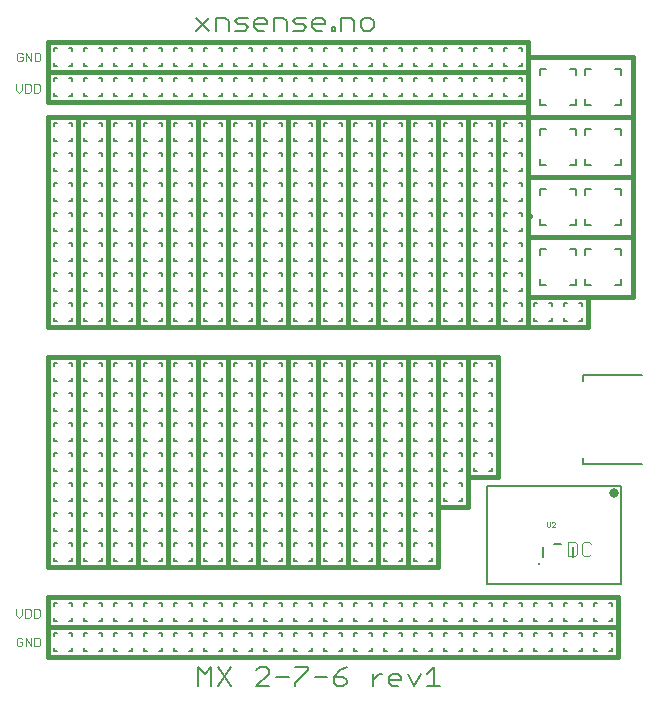
<source format=gto>
G75*
%MOIN*%
%OFA0B0*%
%FSLAX25Y25*%
%IPPOS*%
%LPD*%
%AMOC8*
5,1,8,0,0,1.08239X$1,22.5*
%
%ADD10C,0.01600*%
%ADD11C,0.00400*%
%ADD12C,0.00300*%
%ADD13C,0.00600*%
%ADD14C,0.00800*%
%ADD15C,0.03198*%
%ADD16C,0.00500*%
%ADD17C,0.00100*%
%ADD18C,0.01000*%
D10*
X0052595Y0048933D02*
X0052595Y0058933D01*
X0242595Y0058933D01*
X0242595Y0048933D01*
X0052595Y0048933D01*
X0052595Y0058933D02*
X0052595Y0068933D01*
X0242595Y0068933D01*
X0242595Y0058933D01*
X0202595Y0108933D02*
X0192595Y0108933D01*
X0192595Y0098933D01*
X0182595Y0098933D01*
X0182595Y0078933D01*
X0172595Y0078933D01*
X0172595Y0148933D01*
X0162595Y0148933D01*
X0162595Y0078933D01*
X0172595Y0078933D01*
X0162595Y0078933D02*
X0152595Y0078933D01*
X0152595Y0148933D01*
X0142595Y0148933D01*
X0142595Y0078933D01*
X0152595Y0078933D01*
X0142595Y0078933D02*
X0132595Y0078933D01*
X0132595Y0148933D01*
X0122595Y0148933D01*
X0122595Y0078933D01*
X0132595Y0078933D01*
X0122595Y0078933D02*
X0112595Y0078933D01*
X0112595Y0148933D01*
X0102595Y0148933D01*
X0102595Y0078933D01*
X0112595Y0078933D01*
X0102595Y0078933D02*
X0092595Y0078933D01*
X0092595Y0148933D01*
X0082595Y0148933D01*
X0082595Y0078933D01*
X0092595Y0078933D01*
X0082595Y0078933D02*
X0072595Y0078933D01*
X0072595Y0148933D01*
X0062595Y0148933D01*
X0062595Y0078933D01*
X0072595Y0078933D01*
X0062595Y0078933D02*
X0052595Y0078933D01*
X0052595Y0148933D01*
X0062595Y0148933D01*
X0062595Y0158933D02*
X0072595Y0158933D01*
X0082595Y0158933D01*
X0092595Y0158933D01*
X0102595Y0158933D01*
X0112595Y0158933D01*
X0122595Y0158933D01*
X0132595Y0158933D01*
X0142595Y0158933D01*
X0152595Y0158933D01*
X0162595Y0158933D01*
X0172595Y0158933D01*
X0182595Y0158933D01*
X0192595Y0158933D01*
X0202595Y0158933D01*
X0212595Y0158933D01*
X0232595Y0158933D01*
X0232595Y0168933D01*
X0212595Y0168933D01*
X0212595Y0158933D01*
X0212595Y0168933D02*
X0212595Y0188933D01*
X0247595Y0188933D01*
X0247595Y0168933D01*
X0232595Y0168933D01*
X0247595Y0188933D02*
X0247595Y0208933D01*
X0212595Y0208933D01*
X0212595Y0188933D01*
X0213107Y0195862D02*
X0213264Y0196020D01*
X0212595Y0208933D02*
X0212595Y0228933D01*
X0247595Y0228933D01*
X0247595Y0248933D01*
X0212595Y0248933D01*
X0212595Y0253933D01*
X0052595Y0253933D01*
X0052595Y0243933D01*
X0212595Y0243933D01*
X0212595Y0248933D01*
X0212595Y0243933D02*
X0212595Y0233933D01*
X0052595Y0233933D01*
X0052595Y0243933D01*
X0052595Y0228933D02*
X0062595Y0228933D01*
X0072595Y0228933D01*
X0082595Y0228933D01*
X0092595Y0228933D01*
X0102595Y0228933D01*
X0112595Y0228933D01*
X0122595Y0228933D01*
X0132595Y0228933D01*
X0142595Y0228933D01*
X0152595Y0228933D01*
X0162595Y0228933D01*
X0172595Y0228933D01*
X0182595Y0228933D01*
X0192595Y0228933D01*
X0202595Y0228933D01*
X0212595Y0228933D01*
X0212595Y0233933D01*
X0202595Y0228933D02*
X0202595Y0158933D01*
X0202595Y0148933D02*
X0192595Y0148933D01*
X0192595Y0108933D01*
X0202595Y0108933D02*
X0202595Y0148933D01*
X0192595Y0148933D02*
X0182595Y0148933D01*
X0182595Y0098933D01*
X0182595Y0148933D02*
X0172595Y0148933D01*
X0172595Y0158933D02*
X0172595Y0228933D01*
X0162595Y0228933D02*
X0162595Y0158933D01*
X0162595Y0148933D02*
X0152595Y0148933D01*
X0152595Y0158933D02*
X0152595Y0228933D01*
X0142595Y0228933D02*
X0142595Y0158933D01*
X0142595Y0148933D02*
X0132595Y0148933D01*
X0132595Y0158933D02*
X0132595Y0228933D01*
X0122595Y0228933D02*
X0122595Y0158933D01*
X0112595Y0158933D02*
X0112595Y0228933D01*
X0102595Y0228933D02*
X0102595Y0158933D01*
X0102595Y0148933D02*
X0092595Y0148933D01*
X0092595Y0158933D02*
X0092595Y0228933D01*
X0082595Y0228933D02*
X0082595Y0158933D01*
X0082595Y0148933D02*
X0072595Y0148933D01*
X0072595Y0158933D02*
X0072595Y0228933D01*
X0062595Y0228933D02*
X0062595Y0158933D01*
X0052595Y0158933D01*
X0052595Y0228933D01*
X0112595Y0148933D02*
X0122595Y0148933D01*
X0182595Y0158933D02*
X0182595Y0228933D01*
X0192595Y0228933D02*
X0192595Y0158933D01*
X0247595Y0208933D02*
X0247595Y0228933D01*
D11*
X0043714Y0052558D02*
X0042779Y0052558D01*
X0042312Y0053025D01*
X0042312Y0054894D01*
X0042779Y0055361D01*
X0043714Y0055361D01*
X0044181Y0054894D01*
X0044181Y0053959D02*
X0043247Y0053959D01*
X0044181Y0053959D02*
X0044181Y0053025D01*
X0043714Y0052558D01*
X0045259Y0052558D02*
X0045259Y0055361D01*
X0047127Y0052558D01*
X0047127Y0055361D01*
X0048205Y0055361D02*
X0049607Y0055361D01*
X0050074Y0054894D01*
X0050074Y0053025D01*
X0049607Y0052558D01*
X0048205Y0052558D01*
X0048205Y0055361D01*
X0048294Y0247558D02*
X0049696Y0247558D01*
X0050163Y0248025D01*
X0050163Y0249894D01*
X0049696Y0250361D01*
X0048294Y0250361D01*
X0048294Y0247558D01*
X0047216Y0247558D02*
X0047216Y0250361D01*
X0045348Y0250361D02*
X0045348Y0247558D01*
X0044270Y0248025D02*
X0044270Y0248959D01*
X0043336Y0248959D01*
X0044270Y0248025D02*
X0043803Y0247558D01*
X0042869Y0247558D01*
X0042401Y0248025D01*
X0042401Y0249894D01*
X0042869Y0250361D01*
X0043803Y0250361D01*
X0044270Y0249894D01*
X0045348Y0250361D02*
X0047216Y0247558D01*
X0226083Y0087280D02*
X0226083Y0082676D01*
X0228384Y0082676D01*
X0229152Y0083444D01*
X0229152Y0086513D01*
X0228384Y0087280D01*
X0226083Y0087280D01*
X0230686Y0086513D02*
X0230686Y0083444D01*
X0231454Y0082676D01*
X0232988Y0082676D01*
X0233756Y0083444D01*
X0233756Y0086513D02*
X0232988Y0087280D01*
X0231454Y0087280D01*
X0230686Y0086513D01*
D12*
X0049943Y0064533D02*
X0049943Y0062598D01*
X0049459Y0062115D01*
X0048008Y0062115D01*
X0048008Y0065017D01*
X0049459Y0065017D01*
X0049943Y0064533D01*
X0046997Y0064533D02*
X0046997Y0062598D01*
X0046513Y0062115D01*
X0045062Y0062115D01*
X0045062Y0065017D01*
X0046513Y0065017D01*
X0046997Y0064533D01*
X0044050Y0065017D02*
X0044050Y0063082D01*
X0043083Y0062115D01*
X0042115Y0063082D01*
X0042115Y0065017D01*
X0043083Y0237115D02*
X0044050Y0238082D01*
X0044050Y0240017D01*
X0045062Y0240017D02*
X0046513Y0240017D01*
X0046997Y0239533D01*
X0046997Y0237598D01*
X0046513Y0237115D01*
X0045062Y0237115D01*
X0045062Y0240017D01*
X0048008Y0240017D02*
X0048008Y0237115D01*
X0049459Y0237115D01*
X0049943Y0237598D01*
X0049943Y0239533D01*
X0049459Y0240017D01*
X0048008Y0240017D01*
X0043083Y0237115D02*
X0042115Y0238082D01*
X0042115Y0240017D01*
D13*
X0054595Y0240933D02*
X0054595Y0241933D01*
X0055595Y0241933D01*
X0054595Y0236933D02*
X0054595Y0235933D01*
X0055595Y0235933D01*
X0059595Y0235933D02*
X0060595Y0235933D01*
X0060595Y0236933D01*
X0060595Y0240933D02*
X0060595Y0241933D01*
X0059595Y0241933D01*
X0059595Y0245933D02*
X0060595Y0245933D01*
X0060595Y0246933D01*
X0060595Y0250933D02*
X0060595Y0251933D01*
X0059595Y0251933D01*
X0055595Y0251933D02*
X0054595Y0251933D01*
X0054595Y0250933D01*
X0054595Y0246933D02*
X0054595Y0245933D01*
X0055595Y0245933D01*
X0064595Y0245933D02*
X0064595Y0246933D01*
X0064595Y0245933D02*
X0065595Y0245933D01*
X0064595Y0250933D02*
X0064595Y0251933D01*
X0065595Y0251933D01*
X0069595Y0251933D02*
X0070595Y0251933D01*
X0070595Y0250933D01*
X0070595Y0246933D02*
X0070595Y0245933D01*
X0069595Y0245933D01*
X0069595Y0241933D02*
X0070595Y0241933D01*
X0070595Y0240933D01*
X0070595Y0236933D02*
X0070595Y0235933D01*
X0069595Y0235933D01*
X0065595Y0235933D02*
X0064595Y0235933D01*
X0064595Y0236933D01*
X0064595Y0240933D02*
X0064595Y0241933D01*
X0065595Y0241933D01*
X0074595Y0241933D02*
X0074595Y0240933D01*
X0074595Y0241933D02*
X0075595Y0241933D01*
X0074595Y0236933D02*
X0074595Y0235933D01*
X0075595Y0235933D01*
X0079595Y0235933D02*
X0080595Y0235933D01*
X0080595Y0236933D01*
X0080595Y0240933D02*
X0080595Y0241933D01*
X0079595Y0241933D01*
X0079595Y0245933D02*
X0080595Y0245933D01*
X0080595Y0246933D01*
X0080595Y0250933D02*
X0080595Y0251933D01*
X0079595Y0251933D01*
X0075595Y0251933D02*
X0074595Y0251933D01*
X0074595Y0250933D01*
X0074595Y0246933D02*
X0074595Y0245933D01*
X0075595Y0245933D01*
X0084595Y0245933D02*
X0084595Y0246933D01*
X0084595Y0245933D02*
X0085595Y0245933D01*
X0084595Y0250933D02*
X0084595Y0251933D01*
X0085595Y0251933D01*
X0089595Y0251933D02*
X0090595Y0251933D01*
X0090595Y0250933D01*
X0090595Y0246933D02*
X0090595Y0245933D01*
X0089595Y0245933D01*
X0094595Y0245933D02*
X0094595Y0246933D01*
X0094595Y0245933D02*
X0095595Y0245933D01*
X0099595Y0245933D02*
X0100595Y0245933D01*
X0100595Y0246933D01*
X0100595Y0250933D02*
X0100595Y0251933D01*
X0099595Y0251933D01*
X0095595Y0251933D02*
X0094595Y0251933D01*
X0094595Y0250933D01*
X0094595Y0241933D02*
X0094595Y0240933D01*
X0094595Y0241933D02*
X0095595Y0241933D01*
X0099595Y0241933D02*
X0100595Y0241933D01*
X0100595Y0240933D01*
X0100595Y0236933D02*
X0100595Y0235933D01*
X0099595Y0235933D01*
X0095595Y0235933D02*
X0094595Y0235933D01*
X0094595Y0236933D01*
X0090595Y0236933D02*
X0090595Y0235933D01*
X0089595Y0235933D01*
X0085595Y0235933D02*
X0084595Y0235933D01*
X0084595Y0236933D01*
X0084595Y0240933D02*
X0084595Y0241933D01*
X0085595Y0241933D01*
X0089595Y0241933D02*
X0090595Y0241933D01*
X0090595Y0240933D01*
X0090595Y0226933D02*
X0089595Y0226933D01*
X0090595Y0226933D02*
X0090595Y0225933D01*
X0090595Y0221933D02*
X0090595Y0220933D01*
X0089595Y0220933D01*
X0089595Y0216933D02*
X0090595Y0216933D01*
X0090595Y0215933D01*
X0094595Y0215933D02*
X0094595Y0216933D01*
X0095595Y0216933D01*
X0095595Y0220933D02*
X0094595Y0220933D01*
X0094595Y0221933D01*
X0094595Y0225933D02*
X0094595Y0226933D01*
X0095595Y0226933D01*
X0099595Y0226933D02*
X0100595Y0226933D01*
X0100595Y0225933D01*
X0100595Y0221933D02*
X0100595Y0220933D01*
X0099595Y0220933D01*
X0099595Y0216933D02*
X0100595Y0216933D01*
X0100595Y0215933D01*
X0104595Y0215933D02*
X0104595Y0216933D01*
X0105595Y0216933D01*
X0105595Y0220933D02*
X0104595Y0220933D01*
X0104595Y0221933D01*
X0104595Y0225933D02*
X0104595Y0226933D01*
X0105595Y0226933D01*
X0109595Y0226933D02*
X0110595Y0226933D01*
X0110595Y0225933D01*
X0110595Y0221933D02*
X0110595Y0220933D01*
X0109595Y0220933D01*
X0109595Y0216933D02*
X0110595Y0216933D01*
X0110595Y0215933D01*
X0114595Y0215933D02*
X0114595Y0216933D01*
X0115595Y0216933D01*
X0115595Y0220933D02*
X0114595Y0220933D01*
X0114595Y0221933D01*
X0114595Y0225933D02*
X0114595Y0226933D01*
X0115595Y0226933D01*
X0119595Y0226933D02*
X0120595Y0226933D01*
X0120595Y0225933D01*
X0120595Y0221933D02*
X0120595Y0220933D01*
X0119595Y0220933D01*
X0119595Y0216933D02*
X0120595Y0216933D01*
X0120595Y0215933D01*
X0124595Y0215933D02*
X0124595Y0216933D01*
X0125595Y0216933D01*
X0125595Y0220933D02*
X0124595Y0220933D01*
X0124595Y0221933D01*
X0124595Y0225933D02*
X0124595Y0226933D01*
X0125595Y0226933D01*
X0129595Y0226933D02*
X0130595Y0226933D01*
X0130595Y0225933D01*
X0130595Y0221933D02*
X0130595Y0220933D01*
X0129595Y0220933D01*
X0129595Y0216933D02*
X0130595Y0216933D01*
X0130595Y0215933D01*
X0134595Y0215933D02*
X0134595Y0216933D01*
X0135595Y0216933D01*
X0135595Y0220933D02*
X0134595Y0220933D01*
X0134595Y0221933D01*
X0134595Y0225933D02*
X0134595Y0226933D01*
X0135595Y0226933D01*
X0139595Y0226933D02*
X0140595Y0226933D01*
X0140595Y0225933D01*
X0140595Y0221933D02*
X0140595Y0220933D01*
X0139595Y0220933D01*
X0139595Y0216933D02*
X0140595Y0216933D01*
X0140595Y0215933D01*
X0140595Y0211933D02*
X0140595Y0210933D01*
X0139595Y0210933D01*
X0139595Y0206933D02*
X0140595Y0206933D01*
X0140595Y0205933D01*
X0140595Y0201933D02*
X0140595Y0200933D01*
X0139595Y0200933D01*
X0135595Y0200933D02*
X0134595Y0200933D01*
X0134595Y0201933D01*
X0130595Y0201933D02*
X0130595Y0200933D01*
X0129595Y0200933D01*
X0125595Y0200933D02*
X0124595Y0200933D01*
X0124595Y0201933D01*
X0120595Y0201933D02*
X0120595Y0200933D01*
X0119595Y0200933D01*
X0115595Y0200933D02*
X0114595Y0200933D01*
X0114595Y0201933D01*
X0110595Y0201933D02*
X0110595Y0200933D01*
X0109595Y0200933D01*
X0105595Y0200933D02*
X0104595Y0200933D01*
X0104595Y0201933D01*
X0100595Y0201933D02*
X0100595Y0200933D01*
X0099595Y0200933D01*
X0095595Y0200933D02*
X0094595Y0200933D01*
X0094595Y0201933D01*
X0090595Y0201933D02*
X0090595Y0200933D01*
X0089595Y0200933D01*
X0090595Y0205933D02*
X0090595Y0206933D01*
X0089595Y0206933D01*
X0089595Y0210933D02*
X0090595Y0210933D01*
X0090595Y0211933D01*
X0094595Y0211933D02*
X0094595Y0210933D01*
X0095595Y0210933D01*
X0095595Y0206933D02*
X0094595Y0206933D01*
X0094595Y0205933D01*
X0099595Y0206933D02*
X0100595Y0206933D01*
X0100595Y0205933D01*
X0104595Y0205933D02*
X0104595Y0206933D01*
X0105595Y0206933D01*
X0105595Y0210933D02*
X0104595Y0210933D01*
X0104595Y0211933D01*
X0100595Y0211933D02*
X0100595Y0210933D01*
X0099595Y0210933D01*
X0109595Y0210933D02*
X0110595Y0210933D01*
X0110595Y0211933D01*
X0114595Y0211933D02*
X0114595Y0210933D01*
X0115595Y0210933D01*
X0115595Y0206933D02*
X0114595Y0206933D01*
X0114595Y0205933D01*
X0110595Y0205933D02*
X0110595Y0206933D01*
X0109595Y0206933D01*
X0109595Y0196933D02*
X0110595Y0196933D01*
X0110595Y0195933D01*
X0110595Y0191933D02*
X0110595Y0190933D01*
X0109595Y0190933D01*
X0105595Y0190933D02*
X0104595Y0190933D01*
X0104595Y0191933D01*
X0100595Y0191933D02*
X0100595Y0190933D01*
X0099595Y0190933D01*
X0095595Y0190933D02*
X0094595Y0190933D01*
X0094595Y0191933D01*
X0090595Y0191933D02*
X0090595Y0190933D01*
X0089595Y0190933D01*
X0089595Y0186933D02*
X0090595Y0186933D01*
X0090595Y0185933D01*
X0090595Y0181933D02*
X0090595Y0180933D01*
X0089595Y0180933D01*
X0089595Y0176933D02*
X0090595Y0176933D01*
X0090595Y0175933D01*
X0094595Y0175933D02*
X0094595Y0176933D01*
X0095595Y0176933D01*
X0095595Y0180933D02*
X0094595Y0180933D01*
X0094595Y0181933D01*
X0094595Y0185933D02*
X0094595Y0186933D01*
X0095595Y0186933D01*
X0099595Y0186933D02*
X0100595Y0186933D01*
X0100595Y0185933D01*
X0100595Y0181933D02*
X0100595Y0180933D01*
X0099595Y0180933D01*
X0099595Y0176933D02*
X0100595Y0176933D01*
X0100595Y0175933D01*
X0104595Y0175933D02*
X0104595Y0176933D01*
X0105595Y0176933D01*
X0105595Y0180933D02*
X0104595Y0180933D01*
X0104595Y0181933D01*
X0104595Y0185933D02*
X0104595Y0186933D01*
X0105595Y0186933D01*
X0109595Y0186933D02*
X0110595Y0186933D01*
X0110595Y0185933D01*
X0110595Y0181933D02*
X0110595Y0180933D01*
X0109595Y0180933D01*
X0109595Y0176933D02*
X0110595Y0176933D01*
X0110595Y0175933D01*
X0114595Y0175933D02*
X0114595Y0176933D01*
X0115595Y0176933D01*
X0115595Y0180933D02*
X0114595Y0180933D01*
X0114595Y0181933D01*
X0114595Y0185933D02*
X0114595Y0186933D01*
X0115595Y0186933D01*
X0115595Y0190933D02*
X0114595Y0190933D01*
X0114595Y0191933D01*
X0114595Y0195933D02*
X0114595Y0196933D01*
X0115595Y0196933D01*
X0119595Y0196933D02*
X0120595Y0196933D01*
X0120595Y0195933D01*
X0120595Y0191933D02*
X0120595Y0190933D01*
X0119595Y0190933D01*
X0119595Y0186933D02*
X0120595Y0186933D01*
X0120595Y0185933D01*
X0120595Y0181933D02*
X0120595Y0180933D01*
X0119595Y0180933D01*
X0119595Y0176933D02*
X0120595Y0176933D01*
X0120595Y0175933D01*
X0124595Y0175933D02*
X0124595Y0176933D01*
X0125595Y0176933D01*
X0125595Y0180933D02*
X0124595Y0180933D01*
X0124595Y0181933D01*
X0124595Y0185933D02*
X0124595Y0186933D01*
X0125595Y0186933D01*
X0125595Y0190933D02*
X0124595Y0190933D01*
X0124595Y0191933D01*
X0124595Y0195933D02*
X0124595Y0196933D01*
X0125595Y0196933D01*
X0129595Y0196933D02*
X0130595Y0196933D01*
X0130595Y0195933D01*
X0130595Y0191933D02*
X0130595Y0190933D01*
X0129595Y0190933D01*
X0129595Y0186933D02*
X0130595Y0186933D01*
X0130595Y0185933D01*
X0130595Y0181933D02*
X0130595Y0180933D01*
X0129595Y0180933D01*
X0129595Y0176933D02*
X0130595Y0176933D01*
X0130595Y0175933D01*
X0134595Y0175933D02*
X0134595Y0176933D01*
X0135595Y0176933D01*
X0135595Y0180933D02*
X0134595Y0180933D01*
X0134595Y0181933D01*
X0134595Y0185933D02*
X0134595Y0186933D01*
X0135595Y0186933D01*
X0135595Y0190933D02*
X0134595Y0190933D01*
X0134595Y0191933D01*
X0134595Y0195933D02*
X0134595Y0196933D01*
X0135595Y0196933D01*
X0139595Y0196933D02*
X0140595Y0196933D01*
X0140595Y0195933D01*
X0140595Y0191933D02*
X0140595Y0190933D01*
X0139595Y0190933D01*
X0139595Y0186933D02*
X0140595Y0186933D01*
X0140595Y0185933D01*
X0140595Y0181933D02*
X0140595Y0180933D01*
X0139595Y0180933D01*
X0139595Y0176933D02*
X0140595Y0176933D01*
X0140595Y0175933D01*
X0140595Y0171933D02*
X0140595Y0170933D01*
X0139595Y0170933D01*
X0139595Y0166933D02*
X0140595Y0166933D01*
X0140595Y0165933D01*
X0140595Y0161933D02*
X0140595Y0160933D01*
X0139595Y0160933D01*
X0135595Y0160933D02*
X0134595Y0160933D01*
X0134595Y0161933D01*
X0130595Y0161933D02*
X0130595Y0160933D01*
X0129595Y0160933D01*
X0125595Y0160933D02*
X0124595Y0160933D01*
X0124595Y0161933D01*
X0120595Y0161933D02*
X0120595Y0160933D01*
X0119595Y0160933D01*
X0115595Y0160933D02*
X0114595Y0160933D01*
X0114595Y0161933D01*
X0110595Y0161933D02*
X0110595Y0160933D01*
X0109595Y0160933D01*
X0105595Y0160933D02*
X0104595Y0160933D01*
X0104595Y0161933D01*
X0100595Y0161933D02*
X0100595Y0160933D01*
X0099595Y0160933D01*
X0095595Y0160933D02*
X0094595Y0160933D01*
X0094595Y0161933D01*
X0090595Y0161933D02*
X0090595Y0160933D01*
X0089595Y0160933D01*
X0090595Y0165933D02*
X0090595Y0166933D01*
X0089595Y0166933D01*
X0089595Y0170933D02*
X0090595Y0170933D01*
X0090595Y0171933D01*
X0094595Y0171933D02*
X0094595Y0170933D01*
X0095595Y0170933D01*
X0095595Y0166933D02*
X0094595Y0166933D01*
X0094595Y0165933D01*
X0099595Y0166933D02*
X0100595Y0166933D01*
X0100595Y0165933D01*
X0104595Y0165933D02*
X0104595Y0166933D01*
X0105595Y0166933D01*
X0105595Y0170933D02*
X0104595Y0170933D01*
X0104595Y0171933D01*
X0100595Y0171933D02*
X0100595Y0170933D01*
X0099595Y0170933D01*
X0109595Y0170933D02*
X0110595Y0170933D01*
X0110595Y0171933D01*
X0114595Y0171933D02*
X0114595Y0170933D01*
X0115595Y0170933D01*
X0115595Y0166933D02*
X0114595Y0166933D01*
X0114595Y0165933D01*
X0110595Y0165933D02*
X0110595Y0166933D01*
X0109595Y0166933D01*
X0119595Y0166933D02*
X0120595Y0166933D01*
X0120595Y0165933D01*
X0124595Y0165933D02*
X0124595Y0166933D01*
X0125595Y0166933D01*
X0125595Y0170933D02*
X0124595Y0170933D01*
X0124595Y0171933D01*
X0120595Y0171933D02*
X0120595Y0170933D01*
X0119595Y0170933D01*
X0129595Y0170933D02*
X0130595Y0170933D01*
X0130595Y0171933D01*
X0134595Y0171933D02*
X0134595Y0170933D01*
X0135595Y0170933D01*
X0135595Y0166933D02*
X0134595Y0166933D01*
X0134595Y0165933D01*
X0130595Y0165933D02*
X0130595Y0166933D01*
X0129595Y0166933D01*
X0144595Y0166933D02*
X0144595Y0165933D01*
X0144595Y0166933D02*
X0145595Y0166933D01*
X0145595Y0170933D02*
X0144595Y0170933D01*
X0144595Y0171933D01*
X0144595Y0175933D02*
X0144595Y0176933D01*
X0145595Y0176933D01*
X0145595Y0180933D02*
X0144595Y0180933D01*
X0144595Y0181933D01*
X0144595Y0185933D02*
X0144595Y0186933D01*
X0145595Y0186933D01*
X0145595Y0190933D02*
X0144595Y0190933D01*
X0144595Y0191933D01*
X0144595Y0195933D02*
X0144595Y0196933D01*
X0145595Y0196933D01*
X0145595Y0200933D02*
X0144595Y0200933D01*
X0144595Y0201933D01*
X0144595Y0205933D02*
X0144595Y0206933D01*
X0145595Y0206933D01*
X0145595Y0210933D02*
X0144595Y0210933D01*
X0144595Y0211933D01*
X0144595Y0215933D02*
X0144595Y0216933D01*
X0145595Y0216933D01*
X0145595Y0220933D02*
X0144595Y0220933D01*
X0144595Y0221933D01*
X0144595Y0225933D02*
X0144595Y0226933D01*
X0145595Y0226933D01*
X0149595Y0226933D02*
X0150595Y0226933D01*
X0150595Y0225933D01*
X0150595Y0221933D02*
X0150595Y0220933D01*
X0149595Y0220933D01*
X0149595Y0216933D02*
X0150595Y0216933D01*
X0150595Y0215933D01*
X0150595Y0211933D02*
X0150595Y0210933D01*
X0149595Y0210933D01*
X0149595Y0206933D02*
X0150595Y0206933D01*
X0150595Y0205933D01*
X0150595Y0201933D02*
X0150595Y0200933D01*
X0149595Y0200933D01*
X0149595Y0196933D02*
X0150595Y0196933D01*
X0150595Y0195933D01*
X0150595Y0191933D02*
X0150595Y0190933D01*
X0149595Y0190933D01*
X0149595Y0186933D02*
X0150595Y0186933D01*
X0150595Y0185933D01*
X0150595Y0181933D02*
X0150595Y0180933D01*
X0149595Y0180933D01*
X0149595Y0176933D02*
X0150595Y0176933D01*
X0150595Y0175933D01*
X0150595Y0171933D02*
X0150595Y0170933D01*
X0149595Y0170933D01*
X0149595Y0166933D02*
X0150595Y0166933D01*
X0150595Y0165933D01*
X0150595Y0161933D02*
X0150595Y0160933D01*
X0149595Y0160933D01*
X0145595Y0160933D02*
X0144595Y0160933D01*
X0144595Y0161933D01*
X0154595Y0161933D02*
X0154595Y0160933D01*
X0155595Y0160933D01*
X0154595Y0165933D02*
X0154595Y0166933D01*
X0155595Y0166933D01*
X0155595Y0170933D02*
X0154595Y0170933D01*
X0154595Y0171933D01*
X0154595Y0175933D02*
X0154595Y0176933D01*
X0155595Y0176933D01*
X0155595Y0180933D02*
X0154595Y0180933D01*
X0154595Y0181933D01*
X0154595Y0185933D02*
X0154595Y0186933D01*
X0155595Y0186933D01*
X0155595Y0190933D02*
X0154595Y0190933D01*
X0154595Y0191933D01*
X0154595Y0195933D02*
X0154595Y0196933D01*
X0155595Y0196933D01*
X0155595Y0200933D02*
X0154595Y0200933D01*
X0154595Y0201933D01*
X0154595Y0205933D02*
X0154595Y0206933D01*
X0155595Y0206933D01*
X0155595Y0210933D02*
X0154595Y0210933D01*
X0154595Y0211933D01*
X0154595Y0215933D02*
X0154595Y0216933D01*
X0155595Y0216933D01*
X0155595Y0220933D02*
X0154595Y0220933D01*
X0154595Y0221933D01*
X0154595Y0225933D02*
X0154595Y0226933D01*
X0155595Y0226933D01*
X0159595Y0226933D02*
X0160595Y0226933D01*
X0160595Y0225933D01*
X0160595Y0221933D02*
X0160595Y0220933D01*
X0159595Y0220933D01*
X0159595Y0216933D02*
X0160595Y0216933D01*
X0160595Y0215933D01*
X0160595Y0211933D02*
X0160595Y0210933D01*
X0159595Y0210933D01*
X0159595Y0206933D02*
X0160595Y0206933D01*
X0160595Y0205933D01*
X0160595Y0201933D02*
X0160595Y0200933D01*
X0159595Y0200933D01*
X0159595Y0196933D02*
X0160595Y0196933D01*
X0160595Y0195933D01*
X0160595Y0191933D02*
X0160595Y0190933D01*
X0159595Y0190933D01*
X0159595Y0186933D02*
X0160595Y0186933D01*
X0160595Y0185933D01*
X0160595Y0181933D02*
X0160595Y0180933D01*
X0159595Y0180933D01*
X0159595Y0176933D02*
X0160595Y0176933D01*
X0160595Y0175933D01*
X0160595Y0171933D02*
X0160595Y0170933D01*
X0159595Y0170933D01*
X0159595Y0166933D02*
X0160595Y0166933D01*
X0160595Y0165933D01*
X0160595Y0161933D02*
X0160595Y0160933D01*
X0159595Y0160933D01*
X0164595Y0160933D02*
X0164595Y0161933D01*
X0164595Y0160933D02*
X0165595Y0160933D01*
X0164595Y0165933D02*
X0164595Y0166933D01*
X0165595Y0166933D01*
X0165595Y0170933D02*
X0164595Y0170933D01*
X0164595Y0171933D01*
X0164595Y0175933D02*
X0164595Y0176933D01*
X0165595Y0176933D01*
X0165595Y0180933D02*
X0164595Y0180933D01*
X0164595Y0181933D01*
X0164595Y0185933D02*
X0164595Y0186933D01*
X0165595Y0186933D01*
X0165595Y0190933D02*
X0164595Y0190933D01*
X0164595Y0191933D01*
X0164595Y0195933D02*
X0164595Y0196933D01*
X0165595Y0196933D01*
X0165595Y0200933D02*
X0164595Y0200933D01*
X0164595Y0201933D01*
X0164595Y0205933D02*
X0164595Y0206933D01*
X0165595Y0206933D01*
X0165595Y0210933D02*
X0164595Y0210933D01*
X0164595Y0211933D01*
X0164595Y0215933D02*
X0164595Y0216933D01*
X0165595Y0216933D01*
X0165595Y0220933D02*
X0164595Y0220933D01*
X0164595Y0221933D01*
X0164595Y0225933D02*
X0164595Y0226933D01*
X0165595Y0226933D01*
X0169595Y0226933D02*
X0170595Y0226933D01*
X0170595Y0225933D01*
X0170595Y0221933D02*
X0170595Y0220933D01*
X0169595Y0220933D01*
X0169595Y0216933D02*
X0170595Y0216933D01*
X0170595Y0215933D01*
X0170595Y0211933D02*
X0170595Y0210933D01*
X0169595Y0210933D01*
X0169595Y0206933D02*
X0170595Y0206933D01*
X0170595Y0205933D01*
X0170595Y0201933D02*
X0170595Y0200933D01*
X0169595Y0200933D01*
X0169595Y0196933D02*
X0170595Y0196933D01*
X0170595Y0195933D01*
X0170595Y0191933D02*
X0170595Y0190933D01*
X0169595Y0190933D01*
X0169595Y0186933D02*
X0170595Y0186933D01*
X0170595Y0185933D01*
X0170595Y0181933D02*
X0170595Y0180933D01*
X0169595Y0180933D01*
X0169595Y0176933D02*
X0170595Y0176933D01*
X0170595Y0175933D01*
X0170595Y0171933D02*
X0170595Y0170933D01*
X0169595Y0170933D01*
X0169595Y0166933D02*
X0170595Y0166933D01*
X0170595Y0165933D01*
X0170595Y0161933D02*
X0170595Y0160933D01*
X0169595Y0160933D01*
X0174595Y0160933D02*
X0174595Y0161933D01*
X0174595Y0160933D02*
X0175595Y0160933D01*
X0174595Y0165933D02*
X0174595Y0166933D01*
X0175595Y0166933D01*
X0175595Y0170933D02*
X0174595Y0170933D01*
X0174595Y0171933D01*
X0174595Y0175933D02*
X0174595Y0176933D01*
X0175595Y0176933D01*
X0175595Y0180933D02*
X0174595Y0180933D01*
X0174595Y0181933D01*
X0174595Y0185933D02*
X0174595Y0186933D01*
X0175595Y0186933D01*
X0175595Y0190933D02*
X0174595Y0190933D01*
X0174595Y0191933D01*
X0174595Y0195933D02*
X0174595Y0196933D01*
X0175595Y0196933D01*
X0175595Y0200933D02*
X0174595Y0200933D01*
X0174595Y0201933D01*
X0174595Y0205933D02*
X0174595Y0206933D01*
X0175595Y0206933D01*
X0175595Y0210933D02*
X0174595Y0210933D01*
X0174595Y0211933D01*
X0174595Y0215933D02*
X0174595Y0216933D01*
X0175595Y0216933D01*
X0175595Y0220933D02*
X0174595Y0220933D01*
X0174595Y0221933D01*
X0174595Y0225933D02*
X0174595Y0226933D01*
X0175595Y0226933D01*
X0179595Y0226933D02*
X0180595Y0226933D01*
X0180595Y0225933D01*
X0180595Y0221933D02*
X0180595Y0220933D01*
X0179595Y0220933D01*
X0179595Y0216933D02*
X0180595Y0216933D01*
X0180595Y0215933D01*
X0180595Y0211933D02*
X0180595Y0210933D01*
X0179595Y0210933D01*
X0179595Y0206933D02*
X0180595Y0206933D01*
X0180595Y0205933D01*
X0180595Y0201933D02*
X0180595Y0200933D01*
X0179595Y0200933D01*
X0179595Y0196933D02*
X0180595Y0196933D01*
X0180595Y0195933D01*
X0180595Y0191933D02*
X0180595Y0190933D01*
X0179595Y0190933D01*
X0179595Y0186933D02*
X0180595Y0186933D01*
X0180595Y0185933D01*
X0180595Y0181933D02*
X0180595Y0180933D01*
X0179595Y0180933D01*
X0179595Y0176933D02*
X0180595Y0176933D01*
X0180595Y0175933D01*
X0180595Y0171933D02*
X0180595Y0170933D01*
X0179595Y0170933D01*
X0179595Y0166933D02*
X0180595Y0166933D01*
X0180595Y0165933D01*
X0180595Y0161933D02*
X0180595Y0160933D01*
X0179595Y0160933D01*
X0184595Y0160933D02*
X0184595Y0161933D01*
X0184595Y0160933D02*
X0185595Y0160933D01*
X0184595Y0165933D02*
X0184595Y0166933D01*
X0185595Y0166933D01*
X0185595Y0170933D02*
X0184595Y0170933D01*
X0184595Y0171933D01*
X0184595Y0175933D02*
X0184595Y0176933D01*
X0185595Y0176933D01*
X0185595Y0180933D02*
X0184595Y0180933D01*
X0184595Y0181933D01*
X0184595Y0185933D02*
X0184595Y0186933D01*
X0185595Y0186933D01*
X0185595Y0190933D02*
X0184595Y0190933D01*
X0184595Y0191933D01*
X0184595Y0195933D02*
X0184595Y0196933D01*
X0185595Y0196933D01*
X0185595Y0200933D02*
X0184595Y0200933D01*
X0184595Y0201933D01*
X0184595Y0205933D02*
X0184595Y0206933D01*
X0185595Y0206933D01*
X0185595Y0210933D02*
X0184595Y0210933D01*
X0184595Y0211933D01*
X0184595Y0215933D02*
X0184595Y0216933D01*
X0185595Y0216933D01*
X0185595Y0220933D02*
X0184595Y0220933D01*
X0184595Y0221933D01*
X0184595Y0225933D02*
X0184595Y0226933D01*
X0185595Y0226933D01*
X0189595Y0226933D02*
X0190595Y0226933D01*
X0190595Y0225933D01*
X0190595Y0221933D02*
X0190595Y0220933D01*
X0189595Y0220933D01*
X0189595Y0216933D02*
X0190595Y0216933D01*
X0190595Y0215933D01*
X0190595Y0211933D02*
X0190595Y0210933D01*
X0189595Y0210933D01*
X0189595Y0206933D02*
X0190595Y0206933D01*
X0190595Y0205933D01*
X0190595Y0201933D02*
X0190595Y0200933D01*
X0189595Y0200933D01*
X0189595Y0196933D02*
X0190595Y0196933D01*
X0190595Y0195933D01*
X0190595Y0191933D02*
X0190595Y0190933D01*
X0189595Y0190933D01*
X0189595Y0186933D02*
X0190595Y0186933D01*
X0190595Y0185933D01*
X0190595Y0181933D02*
X0190595Y0180933D01*
X0189595Y0180933D01*
X0189595Y0176933D02*
X0190595Y0176933D01*
X0190595Y0175933D01*
X0190595Y0171933D02*
X0190595Y0170933D01*
X0189595Y0170933D01*
X0189595Y0166933D02*
X0190595Y0166933D01*
X0190595Y0165933D01*
X0190595Y0161933D02*
X0190595Y0160933D01*
X0189595Y0160933D01*
X0194595Y0160933D02*
X0194595Y0161933D01*
X0194595Y0160933D02*
X0195595Y0160933D01*
X0194595Y0165933D02*
X0194595Y0166933D01*
X0195595Y0166933D01*
X0195595Y0170933D02*
X0194595Y0170933D01*
X0194595Y0171933D01*
X0194595Y0175933D02*
X0194595Y0176933D01*
X0195595Y0176933D01*
X0195595Y0180933D02*
X0194595Y0180933D01*
X0194595Y0181933D01*
X0194595Y0185933D02*
X0194595Y0186933D01*
X0195595Y0186933D01*
X0195595Y0190933D02*
X0194595Y0190933D01*
X0194595Y0191933D01*
X0194595Y0195933D02*
X0194595Y0196933D01*
X0195595Y0196933D01*
X0195595Y0200933D02*
X0194595Y0200933D01*
X0194595Y0201933D01*
X0194595Y0205933D02*
X0194595Y0206933D01*
X0195595Y0206933D01*
X0195595Y0210933D02*
X0194595Y0210933D01*
X0194595Y0211933D01*
X0194595Y0215933D02*
X0194595Y0216933D01*
X0195595Y0216933D01*
X0195595Y0220933D02*
X0194595Y0220933D01*
X0194595Y0221933D01*
X0194595Y0225933D02*
X0194595Y0226933D01*
X0195595Y0226933D01*
X0199595Y0226933D02*
X0200595Y0226933D01*
X0200595Y0225933D01*
X0200595Y0221933D02*
X0200595Y0220933D01*
X0199595Y0220933D01*
X0199595Y0216933D02*
X0200595Y0216933D01*
X0200595Y0215933D01*
X0204595Y0215933D02*
X0204595Y0216933D01*
X0205595Y0216933D01*
X0205595Y0220933D02*
X0204595Y0220933D01*
X0204595Y0221933D01*
X0204595Y0225933D02*
X0204595Y0226933D01*
X0205595Y0226933D01*
X0209595Y0226933D02*
X0210595Y0226933D01*
X0210595Y0225933D01*
X0210595Y0221933D02*
X0210595Y0220933D01*
X0209595Y0220933D01*
X0209595Y0216933D02*
X0210595Y0216933D01*
X0210595Y0215933D01*
X0210595Y0211933D02*
X0210595Y0210933D01*
X0209595Y0210933D01*
X0205595Y0210933D02*
X0204595Y0210933D01*
X0204595Y0211933D01*
X0200595Y0211933D02*
X0200595Y0210933D01*
X0199595Y0210933D01*
X0199595Y0206933D02*
X0200595Y0206933D01*
X0200595Y0205933D01*
X0200595Y0201933D02*
X0200595Y0200933D01*
X0199595Y0200933D01*
X0204595Y0200933D02*
X0204595Y0201933D01*
X0204595Y0200933D02*
X0205595Y0200933D01*
X0209595Y0200933D02*
X0210595Y0200933D01*
X0210595Y0201933D01*
X0210595Y0205933D02*
X0210595Y0206933D01*
X0209595Y0206933D01*
X0205595Y0206933D02*
X0204595Y0206933D01*
X0204595Y0205933D01*
X0204595Y0196933D02*
X0204595Y0195933D01*
X0204595Y0196933D02*
X0205595Y0196933D01*
X0209595Y0196933D02*
X0210595Y0196933D01*
X0210595Y0195933D01*
X0210595Y0191933D02*
X0210595Y0190933D01*
X0209595Y0190933D01*
X0205595Y0190933D02*
X0204595Y0190933D01*
X0204595Y0191933D01*
X0200595Y0191933D02*
X0200595Y0190933D01*
X0199595Y0190933D01*
X0199595Y0186933D02*
X0200595Y0186933D01*
X0200595Y0185933D01*
X0200595Y0181933D02*
X0200595Y0180933D01*
X0199595Y0180933D01*
X0199595Y0176933D02*
X0200595Y0176933D01*
X0200595Y0175933D01*
X0204595Y0175933D02*
X0204595Y0176933D01*
X0205595Y0176933D01*
X0205595Y0180933D02*
X0204595Y0180933D01*
X0204595Y0181933D01*
X0204595Y0185933D02*
X0204595Y0186933D01*
X0205595Y0186933D01*
X0209595Y0186933D02*
X0210595Y0186933D01*
X0210595Y0185933D01*
X0210595Y0181933D02*
X0210595Y0180933D01*
X0209595Y0180933D01*
X0209595Y0176933D02*
X0210595Y0176933D01*
X0210595Y0175933D01*
X0210595Y0171933D02*
X0210595Y0170933D01*
X0209595Y0170933D01*
X0205595Y0170933D02*
X0204595Y0170933D01*
X0204595Y0171933D01*
X0200595Y0171933D02*
X0200595Y0170933D01*
X0199595Y0170933D01*
X0199595Y0166933D02*
X0200595Y0166933D01*
X0200595Y0165933D01*
X0200595Y0161933D02*
X0200595Y0160933D01*
X0199595Y0160933D01*
X0204595Y0160933D02*
X0204595Y0161933D01*
X0204595Y0160933D02*
X0205595Y0160933D01*
X0209595Y0160933D02*
X0210595Y0160933D01*
X0210595Y0161933D01*
X0210595Y0165933D02*
X0210595Y0166933D01*
X0209595Y0166933D01*
X0205595Y0166933D02*
X0204595Y0166933D01*
X0204595Y0165933D01*
X0214595Y0165933D02*
X0214595Y0166933D01*
X0215595Y0166933D01*
X0219595Y0166933D02*
X0220595Y0166933D01*
X0220595Y0165933D01*
X0220595Y0161933D02*
X0220595Y0160933D01*
X0219595Y0160933D01*
X0215595Y0160933D02*
X0214595Y0160933D01*
X0214595Y0161933D01*
X0224595Y0161933D02*
X0224595Y0160933D01*
X0225595Y0160933D01*
X0229595Y0160933D02*
X0230595Y0160933D01*
X0230595Y0161933D01*
X0230595Y0165933D02*
X0230595Y0166933D01*
X0229595Y0166933D01*
X0225595Y0166933D02*
X0224595Y0166933D01*
X0224595Y0165933D01*
X0226595Y0172933D02*
X0228595Y0172933D01*
X0228595Y0174933D01*
X0231595Y0174933D02*
X0231595Y0172933D01*
X0233595Y0172933D01*
X0241595Y0172933D02*
X0243595Y0172933D01*
X0243595Y0174933D01*
X0243595Y0182933D02*
X0243595Y0184933D01*
X0241595Y0184933D01*
X0241595Y0192933D02*
X0243595Y0192933D01*
X0243595Y0194933D01*
X0243595Y0202933D02*
X0243595Y0204933D01*
X0241595Y0204933D01*
X0233595Y0204933D02*
X0231595Y0204933D01*
X0231595Y0202933D01*
X0228595Y0202933D02*
X0228595Y0204933D01*
X0226595Y0204933D01*
X0218595Y0204933D02*
X0216595Y0204933D01*
X0216595Y0202933D01*
X0216595Y0194933D02*
X0216595Y0192933D01*
X0218595Y0192933D01*
X0218595Y0184933D02*
X0216595Y0184933D01*
X0216595Y0182933D01*
X0216595Y0174933D02*
X0216595Y0172933D01*
X0218595Y0172933D01*
X0228595Y0182933D02*
X0228595Y0184933D01*
X0226595Y0184933D01*
X0231595Y0184933D02*
X0231595Y0182933D01*
X0231595Y0184933D02*
X0233595Y0184933D01*
X0233595Y0192933D02*
X0231595Y0192933D01*
X0231595Y0194933D01*
X0228595Y0194933D02*
X0228595Y0192933D01*
X0226595Y0192933D01*
X0226595Y0212933D02*
X0228595Y0212933D01*
X0228595Y0214933D01*
X0231595Y0214933D02*
X0231595Y0212933D01*
X0233595Y0212933D01*
X0241595Y0212933D02*
X0243595Y0212933D01*
X0243595Y0214933D01*
X0243595Y0222933D02*
X0243595Y0224933D01*
X0241595Y0224933D01*
X0241595Y0232933D02*
X0243595Y0232933D01*
X0243595Y0234933D01*
X0243595Y0242933D02*
X0243595Y0244933D01*
X0241595Y0244933D01*
X0233595Y0244933D02*
X0231595Y0244933D01*
X0231595Y0242933D01*
X0228595Y0242933D02*
X0228595Y0244933D01*
X0226595Y0244933D01*
X0218595Y0244933D02*
X0216595Y0244933D01*
X0216595Y0242933D01*
X0210595Y0241933D02*
X0209595Y0241933D01*
X0210595Y0241933D02*
X0210595Y0240933D01*
X0210595Y0236933D02*
X0210595Y0235933D01*
X0209595Y0235933D01*
X0205595Y0235933D02*
X0204595Y0235933D01*
X0204595Y0236933D01*
X0200595Y0236933D02*
X0200595Y0235933D01*
X0199595Y0235933D01*
X0195595Y0235933D02*
X0194595Y0235933D01*
X0194595Y0236933D01*
X0194595Y0240933D02*
X0194595Y0241933D01*
X0195595Y0241933D01*
X0195595Y0245933D02*
X0194595Y0245933D01*
X0194595Y0246933D01*
X0194595Y0250933D02*
X0194595Y0251933D01*
X0195595Y0251933D01*
X0199595Y0251933D02*
X0200595Y0251933D01*
X0200595Y0250933D01*
X0200595Y0246933D02*
X0200595Y0245933D01*
X0199595Y0245933D01*
X0204595Y0245933D02*
X0204595Y0246933D01*
X0204595Y0245933D02*
X0205595Y0245933D01*
X0209595Y0245933D02*
X0210595Y0245933D01*
X0210595Y0246933D01*
X0210595Y0250933D02*
X0210595Y0251933D01*
X0209595Y0251933D01*
X0205595Y0251933D02*
X0204595Y0251933D01*
X0204595Y0250933D01*
X0204595Y0241933D02*
X0204595Y0240933D01*
X0204595Y0241933D02*
X0205595Y0241933D01*
X0200595Y0241933D02*
X0199595Y0241933D01*
X0200595Y0241933D02*
X0200595Y0240933D01*
X0190595Y0240933D02*
X0190595Y0241933D01*
X0189595Y0241933D01*
X0190595Y0236933D02*
X0190595Y0235933D01*
X0189595Y0235933D01*
X0185595Y0235933D02*
X0184595Y0235933D01*
X0184595Y0236933D01*
X0184595Y0240933D02*
X0184595Y0241933D01*
X0185595Y0241933D01*
X0185595Y0245933D02*
X0184595Y0245933D01*
X0184595Y0246933D01*
X0184595Y0250933D02*
X0184595Y0251933D01*
X0185595Y0251933D01*
X0189595Y0251933D02*
X0190595Y0251933D01*
X0190595Y0250933D01*
X0190595Y0246933D02*
X0190595Y0245933D01*
X0189595Y0245933D01*
X0180595Y0245933D02*
X0179595Y0245933D01*
X0180595Y0245933D02*
X0180595Y0246933D01*
X0180595Y0250933D02*
X0180595Y0251933D01*
X0179595Y0251933D01*
X0175595Y0251933D02*
X0174595Y0251933D01*
X0174595Y0250933D01*
X0174595Y0246933D02*
X0174595Y0245933D01*
X0175595Y0245933D01*
X0175595Y0241933D02*
X0174595Y0241933D01*
X0174595Y0240933D01*
X0174595Y0236933D02*
X0174595Y0235933D01*
X0175595Y0235933D01*
X0179595Y0235933D02*
X0180595Y0235933D01*
X0180595Y0236933D01*
X0180595Y0240933D02*
X0180595Y0241933D01*
X0179595Y0241933D01*
X0170595Y0241933D02*
X0169595Y0241933D01*
X0170595Y0241933D02*
X0170595Y0240933D01*
X0170595Y0236933D02*
X0170595Y0235933D01*
X0169595Y0235933D01*
X0165595Y0235933D02*
X0164595Y0235933D01*
X0164595Y0236933D01*
X0164595Y0240933D02*
X0164595Y0241933D01*
X0165595Y0241933D01*
X0165595Y0245933D02*
X0164595Y0245933D01*
X0164595Y0246933D01*
X0164595Y0250933D02*
X0164595Y0251933D01*
X0165595Y0251933D01*
X0169595Y0251933D02*
X0170595Y0251933D01*
X0170595Y0250933D01*
X0170595Y0246933D02*
X0170595Y0245933D01*
X0169595Y0245933D01*
X0160595Y0245933D02*
X0159595Y0245933D01*
X0160595Y0245933D02*
X0160595Y0246933D01*
X0160595Y0250933D02*
X0160595Y0251933D01*
X0159595Y0251933D01*
X0155595Y0251933D02*
X0154595Y0251933D01*
X0154595Y0250933D01*
X0154595Y0246933D02*
X0154595Y0245933D01*
X0155595Y0245933D01*
X0155595Y0241933D02*
X0154595Y0241933D01*
X0154595Y0240933D01*
X0154595Y0236933D02*
X0154595Y0235933D01*
X0155595Y0235933D01*
X0159595Y0235933D02*
X0160595Y0235933D01*
X0160595Y0236933D01*
X0160595Y0240933D02*
X0160595Y0241933D01*
X0159595Y0241933D01*
X0150595Y0241933D02*
X0149595Y0241933D01*
X0150595Y0241933D02*
X0150595Y0240933D01*
X0150595Y0236933D02*
X0150595Y0235933D01*
X0149595Y0235933D01*
X0145595Y0235933D02*
X0144595Y0235933D01*
X0144595Y0236933D01*
X0144595Y0240933D02*
X0144595Y0241933D01*
X0145595Y0241933D01*
X0145595Y0245933D02*
X0144595Y0245933D01*
X0144595Y0246933D01*
X0144595Y0250933D02*
X0144595Y0251933D01*
X0145595Y0251933D01*
X0149595Y0251933D02*
X0150595Y0251933D01*
X0150595Y0250933D01*
X0150595Y0246933D02*
X0150595Y0245933D01*
X0149595Y0245933D01*
X0140595Y0245933D02*
X0139595Y0245933D01*
X0140595Y0245933D02*
X0140595Y0246933D01*
X0140595Y0250933D02*
X0140595Y0251933D01*
X0139595Y0251933D01*
X0135595Y0251933D02*
X0134595Y0251933D01*
X0134595Y0250933D01*
X0130595Y0250933D02*
X0130595Y0251933D01*
X0129595Y0251933D01*
X0125595Y0251933D02*
X0124595Y0251933D01*
X0124595Y0250933D01*
X0120595Y0250933D02*
X0120595Y0251933D01*
X0119595Y0251933D01*
X0115595Y0251933D02*
X0114595Y0251933D01*
X0114595Y0250933D01*
X0110595Y0250933D02*
X0110595Y0251933D01*
X0109595Y0251933D01*
X0105595Y0251933D02*
X0104595Y0251933D01*
X0104595Y0250933D01*
X0104595Y0246933D02*
X0104595Y0245933D01*
X0105595Y0245933D01*
X0109595Y0245933D02*
X0110595Y0245933D01*
X0110595Y0246933D01*
X0114595Y0246933D02*
X0114595Y0245933D01*
X0115595Y0245933D01*
X0119595Y0245933D02*
X0120595Y0245933D01*
X0120595Y0246933D01*
X0124595Y0246933D02*
X0124595Y0245933D01*
X0125595Y0245933D01*
X0129595Y0245933D02*
X0130595Y0245933D01*
X0130595Y0246933D01*
X0134595Y0246933D02*
X0134595Y0245933D01*
X0135595Y0245933D01*
X0135595Y0241933D02*
X0134595Y0241933D01*
X0134595Y0240933D01*
X0130595Y0240933D02*
X0130595Y0241933D01*
X0129595Y0241933D01*
X0125595Y0241933D02*
X0124595Y0241933D01*
X0124595Y0240933D01*
X0120595Y0240933D02*
X0120595Y0241933D01*
X0119595Y0241933D01*
X0115595Y0241933D02*
X0114595Y0241933D01*
X0114595Y0240933D01*
X0110595Y0240933D02*
X0110595Y0241933D01*
X0109595Y0241933D01*
X0105595Y0241933D02*
X0104595Y0241933D01*
X0104595Y0240933D01*
X0104595Y0236933D02*
X0104595Y0235933D01*
X0105595Y0235933D01*
X0109595Y0235933D02*
X0110595Y0235933D01*
X0110595Y0236933D01*
X0114595Y0236933D02*
X0114595Y0235933D01*
X0115595Y0235933D01*
X0119595Y0235933D02*
X0120595Y0235933D01*
X0120595Y0236933D01*
X0124595Y0236933D02*
X0124595Y0235933D01*
X0125595Y0235933D01*
X0129595Y0235933D02*
X0130595Y0235933D01*
X0130595Y0236933D01*
X0134595Y0236933D02*
X0134595Y0235933D01*
X0135595Y0235933D01*
X0139595Y0235933D02*
X0140595Y0235933D01*
X0140595Y0236933D01*
X0140595Y0240933D02*
X0140595Y0241933D01*
X0139595Y0241933D01*
X0137617Y0257816D02*
X0134414Y0257816D01*
X0132239Y0257816D02*
X0132239Y0261018D01*
X0131171Y0262086D01*
X0127968Y0262086D01*
X0127968Y0257816D01*
X0125793Y0259951D02*
X0125793Y0261018D01*
X0124726Y0262086D01*
X0122591Y0262086D01*
X0121523Y0261018D01*
X0121523Y0258883D01*
X0122591Y0257816D01*
X0124726Y0257816D01*
X0125793Y0259951D02*
X0121523Y0259951D01*
X0119348Y0258883D02*
X0118280Y0259951D01*
X0116145Y0259951D01*
X0115077Y0261018D01*
X0116145Y0262086D01*
X0119348Y0262086D01*
X0119348Y0258883D02*
X0118280Y0257816D01*
X0115077Y0257816D01*
X0112902Y0257816D02*
X0112902Y0261018D01*
X0111835Y0262086D01*
X0108632Y0262086D01*
X0108632Y0257816D01*
X0106457Y0257816D02*
X0102186Y0262086D01*
X0102186Y0257816D02*
X0106457Y0262086D01*
X0134414Y0261018D02*
X0135482Y0259951D01*
X0137617Y0259951D01*
X0138684Y0258883D01*
X0137617Y0257816D01*
X0138684Y0262086D02*
X0135482Y0262086D01*
X0134414Y0261018D01*
X0140859Y0261018D02*
X0140859Y0258883D01*
X0141927Y0257816D01*
X0144062Y0257816D01*
X0145130Y0259951D02*
X0140859Y0259951D01*
X0140859Y0261018D02*
X0141927Y0262086D01*
X0144062Y0262086D01*
X0145130Y0261018D01*
X0145130Y0259951D01*
X0147305Y0258883D02*
X0148373Y0258883D01*
X0148373Y0257816D01*
X0147305Y0257816D01*
X0147305Y0258883D01*
X0150528Y0257816D02*
X0150528Y0262086D01*
X0153730Y0262086D01*
X0154798Y0261018D01*
X0154798Y0257816D01*
X0156973Y0258883D02*
X0156973Y0261018D01*
X0158041Y0262086D01*
X0160176Y0262086D01*
X0161244Y0261018D01*
X0161244Y0258883D01*
X0160176Y0257816D01*
X0158041Y0257816D01*
X0156973Y0258883D01*
X0134595Y0211933D02*
X0134595Y0210933D01*
X0135595Y0210933D01*
X0135595Y0206933D02*
X0134595Y0206933D01*
X0134595Y0205933D01*
X0130595Y0205933D02*
X0130595Y0206933D01*
X0129595Y0206933D01*
X0125595Y0206933D02*
X0124595Y0206933D01*
X0124595Y0205933D01*
X0120595Y0205933D02*
X0120595Y0206933D01*
X0119595Y0206933D01*
X0119595Y0210933D02*
X0120595Y0210933D01*
X0120595Y0211933D01*
X0124595Y0211933D02*
X0124595Y0210933D01*
X0125595Y0210933D01*
X0129595Y0210933D02*
X0130595Y0210933D01*
X0130595Y0211933D01*
X0105595Y0196933D02*
X0104595Y0196933D01*
X0104595Y0195933D01*
X0100595Y0195933D02*
X0100595Y0196933D01*
X0099595Y0196933D01*
X0095595Y0196933D02*
X0094595Y0196933D01*
X0094595Y0195933D01*
X0090595Y0195933D02*
X0090595Y0196933D01*
X0089595Y0196933D01*
X0085595Y0196933D02*
X0084595Y0196933D01*
X0084595Y0195933D01*
X0084595Y0191933D02*
X0084595Y0190933D01*
X0085595Y0190933D01*
X0085595Y0186933D02*
X0084595Y0186933D01*
X0084595Y0185933D01*
X0084595Y0181933D02*
X0084595Y0180933D01*
X0085595Y0180933D01*
X0085595Y0176933D02*
X0084595Y0176933D01*
X0084595Y0175933D01*
X0080595Y0175933D02*
X0080595Y0176933D01*
X0079595Y0176933D01*
X0079595Y0180933D02*
X0080595Y0180933D01*
X0080595Y0181933D01*
X0080595Y0185933D02*
X0080595Y0186933D01*
X0079595Y0186933D01*
X0079595Y0190933D02*
X0080595Y0190933D01*
X0080595Y0191933D01*
X0080595Y0195933D02*
X0080595Y0196933D01*
X0079595Y0196933D01*
X0075595Y0196933D02*
X0074595Y0196933D01*
X0074595Y0195933D01*
X0074595Y0191933D02*
X0074595Y0190933D01*
X0075595Y0190933D01*
X0075595Y0186933D02*
X0074595Y0186933D01*
X0074595Y0185933D01*
X0074595Y0181933D02*
X0074595Y0180933D01*
X0075595Y0180933D01*
X0075595Y0176933D02*
X0074595Y0176933D01*
X0074595Y0175933D01*
X0070595Y0175933D02*
X0070595Y0176933D01*
X0069595Y0176933D01*
X0069595Y0180933D02*
X0070595Y0180933D01*
X0070595Y0181933D01*
X0070595Y0185933D02*
X0070595Y0186933D01*
X0069595Y0186933D01*
X0069595Y0190933D02*
X0070595Y0190933D01*
X0070595Y0191933D01*
X0070595Y0195933D02*
X0070595Y0196933D01*
X0069595Y0196933D01*
X0065595Y0196933D02*
X0064595Y0196933D01*
X0064595Y0195933D01*
X0064595Y0191933D02*
X0064595Y0190933D01*
X0065595Y0190933D01*
X0065595Y0186933D02*
X0064595Y0186933D01*
X0064595Y0185933D01*
X0064595Y0181933D02*
X0064595Y0180933D01*
X0065595Y0180933D01*
X0065595Y0176933D02*
X0064595Y0176933D01*
X0064595Y0175933D01*
X0060595Y0175933D02*
X0060595Y0176933D01*
X0059595Y0176933D01*
X0059595Y0180933D02*
X0060595Y0180933D01*
X0060595Y0181933D01*
X0060595Y0185933D02*
X0060595Y0186933D01*
X0059595Y0186933D01*
X0059595Y0190933D02*
X0060595Y0190933D01*
X0060595Y0191933D01*
X0060595Y0195933D02*
X0060595Y0196933D01*
X0059595Y0196933D01*
X0055595Y0196933D02*
X0054595Y0196933D01*
X0054595Y0195933D01*
X0054595Y0191933D02*
X0054595Y0190933D01*
X0055595Y0190933D01*
X0055595Y0186933D02*
X0054595Y0186933D01*
X0054595Y0185933D01*
X0054595Y0181933D02*
X0054595Y0180933D01*
X0055595Y0180933D01*
X0055595Y0176933D02*
X0054595Y0176933D01*
X0054595Y0175933D01*
X0054595Y0171933D02*
X0054595Y0170933D01*
X0055595Y0170933D01*
X0055595Y0166933D02*
X0054595Y0166933D01*
X0054595Y0165933D01*
X0054595Y0161933D02*
X0054595Y0160933D01*
X0055595Y0160933D01*
X0059595Y0160933D02*
X0060595Y0160933D01*
X0060595Y0161933D01*
X0060595Y0165933D02*
X0060595Y0166933D01*
X0059595Y0166933D01*
X0059595Y0170933D02*
X0060595Y0170933D01*
X0060595Y0171933D01*
X0064595Y0171933D02*
X0064595Y0170933D01*
X0065595Y0170933D01*
X0065595Y0166933D02*
X0064595Y0166933D01*
X0064595Y0165933D01*
X0064595Y0161933D02*
X0064595Y0160933D01*
X0065595Y0160933D01*
X0069595Y0160933D02*
X0070595Y0160933D01*
X0070595Y0161933D01*
X0070595Y0165933D02*
X0070595Y0166933D01*
X0069595Y0166933D01*
X0069595Y0170933D02*
X0070595Y0170933D01*
X0070595Y0171933D01*
X0074595Y0171933D02*
X0074595Y0170933D01*
X0075595Y0170933D01*
X0075595Y0166933D02*
X0074595Y0166933D01*
X0074595Y0165933D01*
X0074595Y0161933D02*
X0074595Y0160933D01*
X0075595Y0160933D01*
X0079595Y0160933D02*
X0080595Y0160933D01*
X0080595Y0161933D01*
X0080595Y0165933D02*
X0080595Y0166933D01*
X0079595Y0166933D01*
X0079595Y0170933D02*
X0080595Y0170933D01*
X0080595Y0171933D01*
X0084595Y0171933D02*
X0084595Y0170933D01*
X0085595Y0170933D01*
X0085595Y0166933D02*
X0084595Y0166933D01*
X0084595Y0165933D01*
X0084595Y0161933D02*
X0084595Y0160933D01*
X0085595Y0160933D01*
X0085595Y0146933D02*
X0084595Y0146933D01*
X0084595Y0145933D01*
X0080595Y0145933D02*
X0080595Y0146933D01*
X0079595Y0146933D01*
X0075595Y0146933D02*
X0074595Y0146933D01*
X0074595Y0145933D01*
X0070595Y0145933D02*
X0070595Y0146933D01*
X0069595Y0146933D01*
X0065595Y0146933D02*
X0064595Y0146933D01*
X0064595Y0145933D01*
X0060595Y0145933D02*
X0060595Y0146933D01*
X0059595Y0146933D01*
X0055595Y0146933D02*
X0054595Y0146933D01*
X0054595Y0145933D01*
X0054595Y0141933D02*
X0054595Y0140933D01*
X0055595Y0140933D01*
X0055595Y0136933D02*
X0054595Y0136933D01*
X0054595Y0135933D01*
X0054595Y0131933D02*
X0054595Y0130933D01*
X0055595Y0130933D01*
X0055595Y0126933D02*
X0054595Y0126933D01*
X0054595Y0125933D01*
X0054595Y0121933D02*
X0054595Y0120933D01*
X0055595Y0120933D01*
X0055595Y0116933D02*
X0054595Y0116933D01*
X0054595Y0115933D01*
X0054595Y0111933D02*
X0054595Y0110933D01*
X0055595Y0110933D01*
X0055595Y0106933D02*
X0054595Y0106933D01*
X0054595Y0105933D01*
X0054595Y0101933D02*
X0054595Y0100933D01*
X0055595Y0100933D01*
X0055595Y0096933D02*
X0054595Y0096933D01*
X0054595Y0095933D01*
X0054595Y0091933D02*
X0054595Y0090933D01*
X0055595Y0090933D01*
X0055595Y0086933D02*
X0054595Y0086933D01*
X0054595Y0085933D01*
X0054595Y0081933D02*
X0054595Y0080933D01*
X0055595Y0080933D01*
X0059595Y0080933D02*
X0060595Y0080933D01*
X0060595Y0081933D01*
X0060595Y0085933D02*
X0060595Y0086933D01*
X0059595Y0086933D01*
X0059595Y0090933D02*
X0060595Y0090933D01*
X0060595Y0091933D01*
X0060595Y0095933D02*
X0060595Y0096933D01*
X0059595Y0096933D01*
X0059595Y0100933D02*
X0060595Y0100933D01*
X0060595Y0101933D01*
X0060595Y0105933D02*
X0060595Y0106933D01*
X0059595Y0106933D01*
X0059595Y0110933D02*
X0060595Y0110933D01*
X0060595Y0111933D01*
X0060595Y0115933D02*
X0060595Y0116933D01*
X0059595Y0116933D01*
X0059595Y0120933D02*
X0060595Y0120933D01*
X0060595Y0121933D01*
X0060595Y0125933D02*
X0060595Y0126933D01*
X0059595Y0126933D01*
X0059595Y0130933D02*
X0060595Y0130933D01*
X0060595Y0131933D01*
X0060595Y0135933D02*
X0060595Y0136933D01*
X0059595Y0136933D01*
X0059595Y0140933D02*
X0060595Y0140933D01*
X0060595Y0141933D01*
X0064595Y0141933D02*
X0064595Y0140933D01*
X0065595Y0140933D01*
X0065595Y0136933D02*
X0064595Y0136933D01*
X0064595Y0135933D01*
X0064595Y0131933D02*
X0064595Y0130933D01*
X0065595Y0130933D01*
X0065595Y0126933D02*
X0064595Y0126933D01*
X0064595Y0125933D01*
X0064595Y0121933D02*
X0064595Y0120933D01*
X0065595Y0120933D01*
X0065595Y0116933D02*
X0064595Y0116933D01*
X0064595Y0115933D01*
X0064595Y0111933D02*
X0064595Y0110933D01*
X0065595Y0110933D01*
X0065595Y0106933D02*
X0064595Y0106933D01*
X0064595Y0105933D01*
X0064595Y0101933D02*
X0064595Y0100933D01*
X0065595Y0100933D01*
X0065595Y0096933D02*
X0064595Y0096933D01*
X0064595Y0095933D01*
X0064595Y0091933D02*
X0064595Y0090933D01*
X0065595Y0090933D01*
X0065595Y0086933D02*
X0064595Y0086933D01*
X0064595Y0085933D01*
X0064595Y0081933D02*
X0064595Y0080933D01*
X0065595Y0080933D01*
X0069595Y0080933D02*
X0070595Y0080933D01*
X0070595Y0081933D01*
X0070595Y0085933D02*
X0070595Y0086933D01*
X0069595Y0086933D01*
X0069595Y0090933D02*
X0070595Y0090933D01*
X0070595Y0091933D01*
X0070595Y0095933D02*
X0070595Y0096933D01*
X0069595Y0096933D01*
X0069595Y0100933D02*
X0070595Y0100933D01*
X0070595Y0101933D01*
X0070595Y0105933D02*
X0070595Y0106933D01*
X0069595Y0106933D01*
X0069595Y0110933D02*
X0070595Y0110933D01*
X0070595Y0111933D01*
X0070595Y0115933D02*
X0070595Y0116933D01*
X0069595Y0116933D01*
X0069595Y0120933D02*
X0070595Y0120933D01*
X0070595Y0121933D01*
X0070595Y0125933D02*
X0070595Y0126933D01*
X0069595Y0126933D01*
X0069595Y0130933D02*
X0070595Y0130933D01*
X0070595Y0131933D01*
X0070595Y0135933D02*
X0070595Y0136933D01*
X0069595Y0136933D01*
X0069595Y0140933D02*
X0070595Y0140933D01*
X0070595Y0141933D01*
X0074595Y0141933D02*
X0074595Y0140933D01*
X0075595Y0140933D01*
X0075595Y0136933D02*
X0074595Y0136933D01*
X0074595Y0135933D01*
X0074595Y0131933D02*
X0074595Y0130933D01*
X0075595Y0130933D01*
X0075595Y0126933D02*
X0074595Y0126933D01*
X0074595Y0125933D01*
X0074595Y0121933D02*
X0074595Y0120933D01*
X0075595Y0120933D01*
X0075595Y0116933D02*
X0074595Y0116933D01*
X0074595Y0115933D01*
X0074595Y0111933D02*
X0074595Y0110933D01*
X0075595Y0110933D01*
X0075595Y0106933D02*
X0074595Y0106933D01*
X0074595Y0105933D01*
X0074595Y0101933D02*
X0074595Y0100933D01*
X0075595Y0100933D01*
X0075595Y0096933D02*
X0074595Y0096933D01*
X0074595Y0095933D01*
X0074595Y0091933D02*
X0074595Y0090933D01*
X0075595Y0090933D01*
X0075595Y0086933D02*
X0074595Y0086933D01*
X0074595Y0085933D01*
X0074595Y0081933D02*
X0074595Y0080933D01*
X0075595Y0080933D01*
X0079595Y0080933D02*
X0080595Y0080933D01*
X0080595Y0081933D01*
X0080595Y0085933D02*
X0080595Y0086933D01*
X0079595Y0086933D01*
X0079595Y0090933D02*
X0080595Y0090933D01*
X0080595Y0091933D01*
X0080595Y0095933D02*
X0080595Y0096933D01*
X0079595Y0096933D01*
X0079595Y0100933D02*
X0080595Y0100933D01*
X0080595Y0101933D01*
X0080595Y0105933D02*
X0080595Y0106933D01*
X0079595Y0106933D01*
X0079595Y0110933D02*
X0080595Y0110933D01*
X0080595Y0111933D01*
X0080595Y0115933D02*
X0080595Y0116933D01*
X0079595Y0116933D01*
X0079595Y0120933D02*
X0080595Y0120933D01*
X0080595Y0121933D01*
X0080595Y0125933D02*
X0080595Y0126933D01*
X0079595Y0126933D01*
X0079595Y0130933D02*
X0080595Y0130933D01*
X0080595Y0131933D01*
X0080595Y0135933D02*
X0080595Y0136933D01*
X0079595Y0136933D01*
X0079595Y0140933D02*
X0080595Y0140933D01*
X0080595Y0141933D01*
X0084595Y0141933D02*
X0084595Y0140933D01*
X0085595Y0140933D01*
X0085595Y0136933D02*
X0084595Y0136933D01*
X0084595Y0135933D01*
X0084595Y0131933D02*
X0084595Y0130933D01*
X0085595Y0130933D01*
X0085595Y0126933D02*
X0084595Y0126933D01*
X0084595Y0125933D01*
X0084595Y0121933D02*
X0084595Y0120933D01*
X0085595Y0120933D01*
X0085595Y0116933D02*
X0084595Y0116933D01*
X0084595Y0115933D01*
X0084595Y0111933D02*
X0084595Y0110933D01*
X0085595Y0110933D01*
X0085595Y0106933D02*
X0084595Y0106933D01*
X0084595Y0105933D01*
X0084595Y0101933D02*
X0084595Y0100933D01*
X0085595Y0100933D01*
X0085595Y0096933D02*
X0084595Y0096933D01*
X0084595Y0095933D01*
X0084595Y0091933D02*
X0084595Y0090933D01*
X0085595Y0090933D01*
X0085595Y0086933D02*
X0084595Y0086933D01*
X0084595Y0085933D01*
X0084595Y0081933D02*
X0084595Y0080933D01*
X0085595Y0080933D01*
X0089595Y0080933D02*
X0090595Y0080933D01*
X0090595Y0081933D01*
X0090595Y0085933D02*
X0090595Y0086933D01*
X0089595Y0086933D01*
X0089595Y0090933D02*
X0090595Y0090933D01*
X0090595Y0091933D01*
X0090595Y0095933D02*
X0090595Y0096933D01*
X0089595Y0096933D01*
X0094595Y0096933D02*
X0094595Y0095933D01*
X0094595Y0096933D02*
X0095595Y0096933D01*
X0099595Y0096933D02*
X0100595Y0096933D01*
X0100595Y0095933D01*
X0100595Y0091933D02*
X0100595Y0090933D01*
X0099595Y0090933D01*
X0095595Y0090933D02*
X0094595Y0090933D01*
X0094595Y0091933D01*
X0094595Y0086933D02*
X0094595Y0085933D01*
X0094595Y0086933D02*
X0095595Y0086933D01*
X0099595Y0086933D02*
X0100595Y0086933D01*
X0100595Y0085933D01*
X0100595Y0081933D02*
X0100595Y0080933D01*
X0099595Y0080933D01*
X0095595Y0080933D02*
X0094595Y0080933D01*
X0094595Y0081933D01*
X0104595Y0081933D02*
X0104595Y0080933D01*
X0105595Y0080933D01*
X0109595Y0080933D02*
X0110595Y0080933D01*
X0110595Y0081933D01*
X0110595Y0085933D02*
X0110595Y0086933D01*
X0109595Y0086933D01*
X0105595Y0086933D02*
X0104595Y0086933D01*
X0104595Y0085933D01*
X0104595Y0090933D02*
X0104595Y0091933D01*
X0104595Y0090933D02*
X0105595Y0090933D01*
X0109595Y0090933D02*
X0110595Y0090933D01*
X0110595Y0091933D01*
X0110595Y0095933D02*
X0110595Y0096933D01*
X0109595Y0096933D01*
X0105595Y0096933D02*
X0104595Y0096933D01*
X0104595Y0095933D01*
X0104595Y0100933D02*
X0104595Y0101933D01*
X0104595Y0100933D02*
X0105595Y0100933D01*
X0109595Y0100933D02*
X0110595Y0100933D01*
X0110595Y0101933D01*
X0110595Y0105933D02*
X0110595Y0106933D01*
X0109595Y0106933D01*
X0105595Y0106933D02*
X0104595Y0106933D01*
X0104595Y0105933D01*
X0100595Y0105933D02*
X0100595Y0106933D01*
X0099595Y0106933D01*
X0095595Y0106933D02*
X0094595Y0106933D01*
X0094595Y0105933D01*
X0090595Y0105933D02*
X0090595Y0106933D01*
X0089595Y0106933D01*
X0089595Y0110933D02*
X0090595Y0110933D01*
X0090595Y0111933D01*
X0094595Y0111933D02*
X0094595Y0110933D01*
X0095595Y0110933D01*
X0099595Y0110933D02*
X0100595Y0110933D01*
X0100595Y0111933D01*
X0104595Y0111933D02*
X0104595Y0110933D01*
X0105595Y0110933D01*
X0109595Y0110933D02*
X0110595Y0110933D01*
X0110595Y0111933D01*
X0114595Y0111933D02*
X0114595Y0110933D01*
X0115595Y0110933D01*
X0115595Y0106933D02*
X0114595Y0106933D01*
X0114595Y0105933D01*
X0114595Y0101933D02*
X0114595Y0100933D01*
X0115595Y0100933D01*
X0119595Y0100933D02*
X0120595Y0100933D01*
X0120595Y0101933D01*
X0120595Y0105933D02*
X0120595Y0106933D01*
X0119595Y0106933D01*
X0119595Y0110933D02*
X0120595Y0110933D01*
X0120595Y0111933D01*
X0124595Y0111933D02*
X0124595Y0110933D01*
X0125595Y0110933D01*
X0125595Y0106933D02*
X0124595Y0106933D01*
X0124595Y0105933D01*
X0124595Y0101933D02*
X0124595Y0100933D01*
X0125595Y0100933D01*
X0129595Y0100933D02*
X0130595Y0100933D01*
X0130595Y0101933D01*
X0130595Y0105933D02*
X0130595Y0106933D01*
X0129595Y0106933D01*
X0129595Y0110933D02*
X0130595Y0110933D01*
X0130595Y0111933D01*
X0134595Y0111933D02*
X0134595Y0110933D01*
X0135595Y0110933D01*
X0135595Y0106933D02*
X0134595Y0106933D01*
X0134595Y0105933D01*
X0134595Y0101933D02*
X0134595Y0100933D01*
X0135595Y0100933D01*
X0135595Y0096933D02*
X0134595Y0096933D01*
X0134595Y0095933D01*
X0130595Y0095933D02*
X0130595Y0096933D01*
X0129595Y0096933D01*
X0125595Y0096933D02*
X0124595Y0096933D01*
X0124595Y0095933D01*
X0120595Y0095933D02*
X0120595Y0096933D01*
X0119595Y0096933D01*
X0115595Y0096933D02*
X0114595Y0096933D01*
X0114595Y0095933D01*
X0114595Y0091933D02*
X0114595Y0090933D01*
X0115595Y0090933D01*
X0115595Y0086933D02*
X0114595Y0086933D01*
X0114595Y0085933D01*
X0114595Y0081933D02*
X0114595Y0080933D01*
X0115595Y0080933D01*
X0119595Y0080933D02*
X0120595Y0080933D01*
X0120595Y0081933D01*
X0120595Y0085933D02*
X0120595Y0086933D01*
X0119595Y0086933D01*
X0119595Y0090933D02*
X0120595Y0090933D01*
X0120595Y0091933D01*
X0124595Y0091933D02*
X0124595Y0090933D01*
X0125595Y0090933D01*
X0125595Y0086933D02*
X0124595Y0086933D01*
X0124595Y0085933D01*
X0124595Y0081933D02*
X0124595Y0080933D01*
X0125595Y0080933D01*
X0129595Y0080933D02*
X0130595Y0080933D01*
X0130595Y0081933D01*
X0130595Y0085933D02*
X0130595Y0086933D01*
X0129595Y0086933D01*
X0129595Y0090933D02*
X0130595Y0090933D01*
X0130595Y0091933D01*
X0134595Y0091933D02*
X0134595Y0090933D01*
X0135595Y0090933D01*
X0135595Y0086933D02*
X0134595Y0086933D01*
X0134595Y0085933D01*
X0134595Y0081933D02*
X0134595Y0080933D01*
X0135595Y0080933D01*
X0139595Y0080933D02*
X0140595Y0080933D01*
X0140595Y0081933D01*
X0140595Y0085933D02*
X0140595Y0086933D01*
X0139595Y0086933D01*
X0139595Y0090933D02*
X0140595Y0090933D01*
X0140595Y0091933D01*
X0140595Y0095933D02*
X0140595Y0096933D01*
X0139595Y0096933D01*
X0139595Y0100933D02*
X0140595Y0100933D01*
X0140595Y0101933D01*
X0140595Y0105933D02*
X0140595Y0106933D01*
X0139595Y0106933D01*
X0139595Y0110933D02*
X0140595Y0110933D01*
X0140595Y0111933D01*
X0140595Y0115933D02*
X0140595Y0116933D01*
X0139595Y0116933D01*
X0139595Y0120933D02*
X0140595Y0120933D01*
X0140595Y0121933D01*
X0140595Y0125933D02*
X0140595Y0126933D01*
X0139595Y0126933D01*
X0135595Y0126933D02*
X0134595Y0126933D01*
X0134595Y0125933D01*
X0130595Y0125933D02*
X0130595Y0126933D01*
X0129595Y0126933D01*
X0125595Y0126933D02*
X0124595Y0126933D01*
X0124595Y0125933D01*
X0120595Y0125933D02*
X0120595Y0126933D01*
X0119595Y0126933D01*
X0115595Y0126933D02*
X0114595Y0126933D01*
X0114595Y0125933D01*
X0110595Y0125933D02*
X0110595Y0126933D01*
X0109595Y0126933D01*
X0105595Y0126933D02*
X0104595Y0126933D01*
X0104595Y0125933D01*
X0100595Y0125933D02*
X0100595Y0126933D01*
X0099595Y0126933D01*
X0095595Y0126933D02*
X0094595Y0126933D01*
X0094595Y0125933D01*
X0090595Y0125933D02*
X0090595Y0126933D01*
X0089595Y0126933D01*
X0090595Y0121933D02*
X0090595Y0120933D01*
X0089595Y0120933D01*
X0089595Y0116933D02*
X0090595Y0116933D01*
X0090595Y0115933D01*
X0094595Y0115933D02*
X0094595Y0116933D01*
X0095595Y0116933D01*
X0095595Y0120933D02*
X0094595Y0120933D01*
X0094595Y0121933D01*
X0099595Y0120933D02*
X0100595Y0120933D01*
X0100595Y0121933D01*
X0104595Y0121933D02*
X0104595Y0120933D01*
X0105595Y0120933D01*
X0105595Y0116933D02*
X0104595Y0116933D01*
X0104595Y0115933D01*
X0100595Y0115933D02*
X0100595Y0116933D01*
X0099595Y0116933D01*
X0109595Y0116933D02*
X0110595Y0116933D01*
X0110595Y0115933D01*
X0114595Y0115933D02*
X0114595Y0116933D01*
X0115595Y0116933D01*
X0115595Y0120933D02*
X0114595Y0120933D01*
X0114595Y0121933D01*
X0110595Y0121933D02*
X0110595Y0120933D01*
X0109595Y0120933D01*
X0109595Y0130933D02*
X0110595Y0130933D01*
X0110595Y0131933D01*
X0110595Y0135933D02*
X0110595Y0136933D01*
X0109595Y0136933D01*
X0105595Y0136933D02*
X0104595Y0136933D01*
X0104595Y0135933D01*
X0100595Y0135933D02*
X0100595Y0136933D01*
X0099595Y0136933D01*
X0095595Y0136933D02*
X0094595Y0136933D01*
X0094595Y0135933D01*
X0090595Y0135933D02*
X0090595Y0136933D01*
X0089595Y0136933D01*
X0089595Y0140933D02*
X0090595Y0140933D01*
X0090595Y0141933D01*
X0094595Y0141933D02*
X0094595Y0140933D01*
X0095595Y0140933D01*
X0099595Y0140933D02*
X0100595Y0140933D01*
X0100595Y0141933D01*
X0104595Y0141933D02*
X0104595Y0140933D01*
X0105595Y0140933D01*
X0109595Y0140933D02*
X0110595Y0140933D01*
X0110595Y0141933D01*
X0114595Y0141933D02*
X0114595Y0140933D01*
X0115595Y0140933D01*
X0115595Y0136933D02*
X0114595Y0136933D01*
X0114595Y0135933D01*
X0114595Y0131933D02*
X0114595Y0130933D01*
X0115595Y0130933D01*
X0119595Y0130933D02*
X0120595Y0130933D01*
X0120595Y0131933D01*
X0120595Y0135933D02*
X0120595Y0136933D01*
X0119595Y0136933D01*
X0119595Y0140933D02*
X0120595Y0140933D01*
X0120595Y0141933D01*
X0124595Y0141933D02*
X0124595Y0140933D01*
X0125595Y0140933D01*
X0125595Y0136933D02*
X0124595Y0136933D01*
X0124595Y0135933D01*
X0124595Y0131933D02*
X0124595Y0130933D01*
X0125595Y0130933D01*
X0129595Y0130933D02*
X0130595Y0130933D01*
X0130595Y0131933D01*
X0130595Y0135933D02*
X0130595Y0136933D01*
X0129595Y0136933D01*
X0129595Y0140933D02*
X0130595Y0140933D01*
X0130595Y0141933D01*
X0134595Y0141933D02*
X0134595Y0140933D01*
X0135595Y0140933D01*
X0135595Y0136933D02*
X0134595Y0136933D01*
X0134595Y0135933D01*
X0134595Y0131933D02*
X0134595Y0130933D01*
X0135595Y0130933D01*
X0139595Y0130933D02*
X0140595Y0130933D01*
X0140595Y0131933D01*
X0140595Y0135933D02*
X0140595Y0136933D01*
X0139595Y0136933D01*
X0139595Y0140933D02*
X0140595Y0140933D01*
X0140595Y0141933D01*
X0140595Y0145933D02*
X0140595Y0146933D01*
X0139595Y0146933D01*
X0135595Y0146933D02*
X0134595Y0146933D01*
X0134595Y0145933D01*
X0130595Y0145933D02*
X0130595Y0146933D01*
X0129595Y0146933D01*
X0125595Y0146933D02*
X0124595Y0146933D01*
X0124595Y0145933D01*
X0120595Y0145933D02*
X0120595Y0146933D01*
X0119595Y0146933D01*
X0115595Y0146933D02*
X0114595Y0146933D01*
X0114595Y0145933D01*
X0110595Y0145933D02*
X0110595Y0146933D01*
X0109595Y0146933D01*
X0105595Y0146933D02*
X0104595Y0146933D01*
X0104595Y0145933D01*
X0100595Y0145933D02*
X0100595Y0146933D01*
X0099595Y0146933D01*
X0095595Y0146933D02*
X0094595Y0146933D01*
X0094595Y0145933D01*
X0090595Y0145933D02*
X0090595Y0146933D01*
X0089595Y0146933D01*
X0090595Y0131933D02*
X0090595Y0130933D01*
X0089595Y0130933D01*
X0094595Y0130933D02*
X0094595Y0131933D01*
X0094595Y0130933D02*
X0095595Y0130933D01*
X0099595Y0130933D02*
X0100595Y0130933D01*
X0100595Y0131933D01*
X0104595Y0131933D02*
X0104595Y0130933D01*
X0105595Y0130933D01*
X0119595Y0120933D02*
X0120595Y0120933D01*
X0120595Y0121933D01*
X0124595Y0121933D02*
X0124595Y0120933D01*
X0125595Y0120933D01*
X0125595Y0116933D02*
X0124595Y0116933D01*
X0124595Y0115933D01*
X0120595Y0115933D02*
X0120595Y0116933D01*
X0119595Y0116933D01*
X0129595Y0116933D02*
X0130595Y0116933D01*
X0130595Y0115933D01*
X0134595Y0115933D02*
X0134595Y0116933D01*
X0135595Y0116933D01*
X0135595Y0120933D02*
X0134595Y0120933D01*
X0134595Y0121933D01*
X0130595Y0121933D02*
X0130595Y0120933D01*
X0129595Y0120933D01*
X0144595Y0120933D02*
X0144595Y0121933D01*
X0144595Y0120933D02*
X0145595Y0120933D01*
X0145595Y0116933D02*
X0144595Y0116933D01*
X0144595Y0115933D01*
X0144595Y0111933D02*
X0144595Y0110933D01*
X0145595Y0110933D01*
X0145595Y0106933D02*
X0144595Y0106933D01*
X0144595Y0105933D01*
X0144595Y0101933D02*
X0144595Y0100933D01*
X0145595Y0100933D01*
X0145595Y0096933D02*
X0144595Y0096933D01*
X0144595Y0095933D01*
X0144595Y0091933D02*
X0144595Y0090933D01*
X0145595Y0090933D01*
X0145595Y0086933D02*
X0144595Y0086933D01*
X0144595Y0085933D01*
X0144595Y0081933D02*
X0144595Y0080933D01*
X0145595Y0080933D01*
X0149595Y0080933D02*
X0150595Y0080933D01*
X0150595Y0081933D01*
X0150595Y0085933D02*
X0150595Y0086933D01*
X0149595Y0086933D01*
X0149595Y0090933D02*
X0150595Y0090933D01*
X0150595Y0091933D01*
X0150595Y0095933D02*
X0150595Y0096933D01*
X0149595Y0096933D01*
X0149595Y0100933D02*
X0150595Y0100933D01*
X0150595Y0101933D01*
X0150595Y0105933D02*
X0150595Y0106933D01*
X0149595Y0106933D01*
X0149595Y0110933D02*
X0150595Y0110933D01*
X0150595Y0111933D01*
X0150595Y0115933D02*
X0150595Y0116933D01*
X0149595Y0116933D01*
X0149595Y0120933D02*
X0150595Y0120933D01*
X0150595Y0121933D01*
X0150595Y0125933D02*
X0150595Y0126933D01*
X0149595Y0126933D01*
X0145595Y0126933D02*
X0144595Y0126933D01*
X0144595Y0125933D01*
X0144595Y0130933D02*
X0144595Y0131933D01*
X0144595Y0130933D02*
X0145595Y0130933D01*
X0144595Y0135933D02*
X0144595Y0136933D01*
X0145595Y0136933D01*
X0145595Y0140933D02*
X0144595Y0140933D01*
X0144595Y0141933D01*
X0144595Y0145933D02*
X0144595Y0146933D01*
X0145595Y0146933D01*
X0149595Y0146933D02*
X0150595Y0146933D01*
X0150595Y0145933D01*
X0150595Y0141933D02*
X0150595Y0140933D01*
X0149595Y0140933D01*
X0149595Y0136933D02*
X0150595Y0136933D01*
X0150595Y0135933D01*
X0150595Y0131933D02*
X0150595Y0130933D01*
X0149595Y0130933D01*
X0154595Y0130933D02*
X0154595Y0131933D01*
X0154595Y0130933D02*
X0155595Y0130933D01*
X0154595Y0135933D02*
X0154595Y0136933D01*
X0155595Y0136933D01*
X0155595Y0140933D02*
X0154595Y0140933D01*
X0154595Y0141933D01*
X0154595Y0145933D02*
X0154595Y0146933D01*
X0155595Y0146933D01*
X0159595Y0146933D02*
X0160595Y0146933D01*
X0160595Y0145933D01*
X0160595Y0141933D02*
X0160595Y0140933D01*
X0159595Y0140933D01*
X0159595Y0136933D02*
X0160595Y0136933D01*
X0160595Y0135933D01*
X0160595Y0131933D02*
X0160595Y0130933D01*
X0159595Y0130933D01*
X0159595Y0126933D02*
X0160595Y0126933D01*
X0160595Y0125933D01*
X0160595Y0121933D02*
X0160595Y0120933D01*
X0159595Y0120933D01*
X0159595Y0116933D02*
X0160595Y0116933D01*
X0160595Y0115933D01*
X0160595Y0111933D02*
X0160595Y0110933D01*
X0159595Y0110933D01*
X0159595Y0106933D02*
X0160595Y0106933D01*
X0160595Y0105933D01*
X0160595Y0101933D02*
X0160595Y0100933D01*
X0159595Y0100933D01*
X0155595Y0100933D02*
X0154595Y0100933D01*
X0154595Y0101933D01*
X0154595Y0105933D02*
X0154595Y0106933D01*
X0155595Y0106933D01*
X0155595Y0110933D02*
X0154595Y0110933D01*
X0154595Y0111933D01*
X0154595Y0115933D02*
X0154595Y0116933D01*
X0155595Y0116933D01*
X0155595Y0120933D02*
X0154595Y0120933D01*
X0154595Y0121933D01*
X0154595Y0125933D02*
X0154595Y0126933D01*
X0155595Y0126933D01*
X0164595Y0126933D02*
X0164595Y0125933D01*
X0164595Y0126933D02*
X0165595Y0126933D01*
X0164595Y0121933D02*
X0164595Y0120933D01*
X0165595Y0120933D01*
X0165595Y0116933D02*
X0164595Y0116933D01*
X0164595Y0115933D01*
X0164595Y0111933D02*
X0164595Y0110933D01*
X0165595Y0110933D01*
X0165595Y0106933D02*
X0164595Y0106933D01*
X0164595Y0105933D01*
X0164595Y0101933D02*
X0164595Y0100933D01*
X0165595Y0100933D01*
X0165595Y0096933D02*
X0164595Y0096933D01*
X0164595Y0095933D01*
X0164595Y0091933D02*
X0164595Y0090933D01*
X0165595Y0090933D01*
X0165595Y0086933D02*
X0164595Y0086933D01*
X0164595Y0085933D01*
X0164595Y0081933D02*
X0164595Y0080933D01*
X0165595Y0080933D01*
X0169595Y0080933D02*
X0170595Y0080933D01*
X0170595Y0081933D01*
X0170595Y0085933D02*
X0170595Y0086933D01*
X0169595Y0086933D01*
X0169595Y0090933D02*
X0170595Y0090933D01*
X0170595Y0091933D01*
X0170595Y0095933D02*
X0170595Y0096933D01*
X0169595Y0096933D01*
X0169595Y0100933D02*
X0170595Y0100933D01*
X0170595Y0101933D01*
X0170595Y0105933D02*
X0170595Y0106933D01*
X0169595Y0106933D01*
X0169595Y0110933D02*
X0170595Y0110933D01*
X0170595Y0111933D01*
X0170595Y0115933D02*
X0170595Y0116933D01*
X0169595Y0116933D01*
X0169595Y0120933D02*
X0170595Y0120933D01*
X0170595Y0121933D01*
X0170595Y0125933D02*
X0170595Y0126933D01*
X0169595Y0126933D01*
X0169595Y0130933D02*
X0170595Y0130933D01*
X0170595Y0131933D01*
X0170595Y0135933D02*
X0170595Y0136933D01*
X0169595Y0136933D01*
X0169595Y0140933D02*
X0170595Y0140933D01*
X0170595Y0141933D01*
X0170595Y0145933D02*
X0170595Y0146933D01*
X0169595Y0146933D01*
X0165595Y0146933D02*
X0164595Y0146933D01*
X0164595Y0145933D01*
X0164595Y0141933D02*
X0164595Y0140933D01*
X0165595Y0140933D01*
X0165595Y0136933D02*
X0164595Y0136933D01*
X0164595Y0135933D01*
X0164595Y0131933D02*
X0164595Y0130933D01*
X0165595Y0130933D01*
X0174595Y0130933D02*
X0174595Y0131933D01*
X0174595Y0130933D02*
X0175595Y0130933D01*
X0174595Y0135933D02*
X0174595Y0136933D01*
X0175595Y0136933D01*
X0175595Y0140933D02*
X0174595Y0140933D01*
X0174595Y0141933D01*
X0174595Y0145933D02*
X0174595Y0146933D01*
X0175595Y0146933D01*
X0179595Y0146933D02*
X0180595Y0146933D01*
X0180595Y0145933D01*
X0180595Y0141933D02*
X0180595Y0140933D01*
X0179595Y0140933D01*
X0179595Y0136933D02*
X0180595Y0136933D01*
X0180595Y0135933D01*
X0180595Y0131933D02*
X0180595Y0130933D01*
X0179595Y0130933D01*
X0179595Y0126933D02*
X0180595Y0126933D01*
X0180595Y0125933D01*
X0180595Y0121933D02*
X0180595Y0120933D01*
X0179595Y0120933D01*
X0179595Y0116933D02*
X0180595Y0116933D01*
X0180595Y0115933D01*
X0180595Y0111933D02*
X0180595Y0110933D01*
X0179595Y0110933D01*
X0179595Y0106933D02*
X0180595Y0106933D01*
X0180595Y0105933D01*
X0180595Y0101933D02*
X0180595Y0100933D01*
X0179595Y0100933D01*
X0175595Y0100933D02*
X0174595Y0100933D01*
X0174595Y0101933D01*
X0174595Y0105933D02*
X0174595Y0106933D01*
X0175595Y0106933D01*
X0175595Y0110933D02*
X0174595Y0110933D01*
X0174595Y0111933D01*
X0174595Y0115933D02*
X0174595Y0116933D01*
X0175595Y0116933D01*
X0175595Y0120933D02*
X0174595Y0120933D01*
X0174595Y0121933D01*
X0174595Y0125933D02*
X0174595Y0126933D01*
X0175595Y0126933D01*
X0184595Y0126933D02*
X0184595Y0125933D01*
X0184595Y0126933D02*
X0185595Y0126933D01*
X0184595Y0121933D02*
X0184595Y0120933D01*
X0185595Y0120933D01*
X0185595Y0116933D02*
X0184595Y0116933D01*
X0184595Y0115933D01*
X0184595Y0111933D02*
X0184595Y0110933D01*
X0185595Y0110933D01*
X0185595Y0106933D02*
X0184595Y0106933D01*
X0184595Y0105933D01*
X0184595Y0101933D02*
X0184595Y0100933D01*
X0185595Y0100933D01*
X0189595Y0100933D02*
X0190595Y0100933D01*
X0190595Y0101933D01*
X0190595Y0105933D02*
X0190595Y0106933D01*
X0189595Y0106933D01*
X0189595Y0110933D02*
X0190595Y0110933D01*
X0190595Y0111933D01*
X0190595Y0115933D02*
X0190595Y0116933D01*
X0189595Y0116933D01*
X0189595Y0120933D02*
X0190595Y0120933D01*
X0190595Y0121933D01*
X0190595Y0125933D02*
X0190595Y0126933D01*
X0189595Y0126933D01*
X0189595Y0130933D02*
X0190595Y0130933D01*
X0190595Y0131933D01*
X0190595Y0135933D02*
X0190595Y0136933D01*
X0189595Y0136933D01*
X0189595Y0140933D02*
X0190595Y0140933D01*
X0190595Y0141933D01*
X0190595Y0145933D02*
X0190595Y0146933D01*
X0189595Y0146933D01*
X0185595Y0146933D02*
X0184595Y0146933D01*
X0184595Y0145933D01*
X0184595Y0141933D02*
X0184595Y0140933D01*
X0185595Y0140933D01*
X0185595Y0136933D02*
X0184595Y0136933D01*
X0184595Y0135933D01*
X0184595Y0131933D02*
X0184595Y0130933D01*
X0185595Y0130933D01*
X0194595Y0130933D02*
X0194595Y0131933D01*
X0194595Y0130933D02*
X0195595Y0130933D01*
X0194595Y0135933D02*
X0194595Y0136933D01*
X0195595Y0136933D01*
X0195595Y0140933D02*
X0194595Y0140933D01*
X0194595Y0141933D01*
X0194595Y0145933D02*
X0194595Y0146933D01*
X0195595Y0146933D01*
X0199595Y0146933D02*
X0200595Y0146933D01*
X0200595Y0145933D01*
X0200595Y0141933D02*
X0200595Y0140933D01*
X0199595Y0140933D01*
X0199595Y0136933D02*
X0200595Y0136933D01*
X0200595Y0135933D01*
X0200595Y0131933D02*
X0200595Y0130933D01*
X0199595Y0130933D01*
X0199595Y0126933D02*
X0200595Y0126933D01*
X0200595Y0125933D01*
X0200595Y0121933D02*
X0200595Y0120933D01*
X0199595Y0120933D01*
X0199595Y0116933D02*
X0200595Y0116933D01*
X0200595Y0115933D01*
X0200595Y0111933D02*
X0200595Y0110933D01*
X0199595Y0110933D01*
X0195595Y0110933D02*
X0194595Y0110933D01*
X0194595Y0111933D01*
X0194595Y0115933D02*
X0194595Y0116933D01*
X0195595Y0116933D01*
X0195595Y0120933D02*
X0194595Y0120933D01*
X0194595Y0121933D01*
X0194595Y0125933D02*
X0194595Y0126933D01*
X0195595Y0126933D01*
X0180595Y0096933D02*
X0179595Y0096933D01*
X0180595Y0096933D02*
X0180595Y0095933D01*
X0180595Y0091933D02*
X0180595Y0090933D01*
X0179595Y0090933D01*
X0179595Y0086933D02*
X0180595Y0086933D01*
X0180595Y0085933D01*
X0180595Y0081933D02*
X0180595Y0080933D01*
X0179595Y0080933D01*
X0175595Y0080933D02*
X0174595Y0080933D01*
X0174595Y0081933D01*
X0174595Y0085933D02*
X0174595Y0086933D01*
X0175595Y0086933D01*
X0175595Y0090933D02*
X0174595Y0090933D01*
X0174595Y0091933D01*
X0174595Y0095933D02*
X0174595Y0096933D01*
X0175595Y0096933D01*
X0160595Y0096933D02*
X0159595Y0096933D01*
X0160595Y0096933D02*
X0160595Y0095933D01*
X0160595Y0091933D02*
X0160595Y0090933D01*
X0159595Y0090933D01*
X0159595Y0086933D02*
X0160595Y0086933D01*
X0160595Y0085933D01*
X0160595Y0081933D02*
X0160595Y0080933D01*
X0159595Y0080933D01*
X0155595Y0080933D02*
X0154595Y0080933D01*
X0154595Y0081933D01*
X0154595Y0085933D02*
X0154595Y0086933D01*
X0155595Y0086933D01*
X0155595Y0090933D02*
X0154595Y0090933D01*
X0154595Y0091933D01*
X0154595Y0095933D02*
X0154595Y0096933D01*
X0155595Y0096933D01*
X0155595Y0066933D02*
X0154595Y0066933D01*
X0154595Y0065933D01*
X0154595Y0061933D02*
X0154595Y0060933D01*
X0155595Y0060933D01*
X0155595Y0056933D02*
X0154595Y0056933D01*
X0154595Y0055933D01*
X0154595Y0051933D02*
X0154595Y0050933D01*
X0155595Y0050933D01*
X0152284Y0045639D02*
X0150149Y0044571D01*
X0148014Y0042436D01*
X0151216Y0042436D01*
X0152284Y0041368D01*
X0152284Y0040301D01*
X0151216Y0039233D01*
X0149081Y0039233D01*
X0148014Y0040301D01*
X0148014Y0042436D01*
X0145838Y0042436D02*
X0141568Y0042436D01*
X0139393Y0044571D02*
X0135123Y0040301D01*
X0135123Y0039233D01*
X0132947Y0042436D02*
X0128677Y0042436D01*
X0126502Y0043503D02*
X0126502Y0044571D01*
X0125434Y0045639D01*
X0123299Y0045639D01*
X0122232Y0044571D01*
X0126502Y0043503D02*
X0122232Y0039233D01*
X0126502Y0039233D01*
X0135123Y0045639D02*
X0139393Y0045639D01*
X0139393Y0044571D01*
X0139595Y0050933D02*
X0140595Y0050933D01*
X0140595Y0051933D01*
X0140595Y0055933D02*
X0140595Y0056933D01*
X0139595Y0056933D01*
X0135595Y0056933D02*
X0134595Y0056933D01*
X0134595Y0055933D01*
X0130595Y0055933D02*
X0130595Y0056933D01*
X0129595Y0056933D01*
X0125595Y0056933D02*
X0124595Y0056933D01*
X0124595Y0055933D01*
X0120595Y0055933D02*
X0120595Y0056933D01*
X0119595Y0056933D01*
X0115595Y0056933D02*
X0114595Y0056933D01*
X0114595Y0055933D01*
X0110595Y0055933D02*
X0110595Y0056933D01*
X0109595Y0056933D01*
X0105595Y0056933D02*
X0104595Y0056933D01*
X0104595Y0055933D01*
X0100595Y0055933D02*
X0100595Y0056933D01*
X0099595Y0056933D01*
X0095595Y0056933D02*
X0094595Y0056933D01*
X0094595Y0055933D01*
X0090595Y0055933D02*
X0090595Y0056933D01*
X0089595Y0056933D01*
X0090595Y0051933D02*
X0090595Y0050933D01*
X0089595Y0050933D01*
X0094595Y0050933D02*
X0094595Y0051933D01*
X0094595Y0050933D02*
X0095595Y0050933D01*
X0099595Y0050933D02*
X0100595Y0050933D01*
X0100595Y0051933D01*
X0104595Y0051933D02*
X0104595Y0050933D01*
X0105595Y0050933D01*
X0109595Y0050933D02*
X0110595Y0050933D01*
X0110595Y0051933D01*
X0114595Y0051933D02*
X0114595Y0050933D01*
X0115595Y0050933D01*
X0119595Y0050933D02*
X0120595Y0050933D01*
X0120595Y0051933D01*
X0124595Y0051933D02*
X0124595Y0050933D01*
X0125595Y0050933D01*
X0129595Y0050933D02*
X0130595Y0050933D01*
X0130595Y0051933D01*
X0134595Y0051933D02*
X0134595Y0050933D01*
X0135595Y0050933D01*
X0144595Y0050933D02*
X0144595Y0051933D01*
X0144595Y0050933D02*
X0145595Y0050933D01*
X0149595Y0050933D02*
X0150595Y0050933D01*
X0150595Y0051933D01*
X0150595Y0055933D02*
X0150595Y0056933D01*
X0149595Y0056933D01*
X0145595Y0056933D02*
X0144595Y0056933D01*
X0144595Y0055933D01*
X0144595Y0060933D02*
X0144595Y0061933D01*
X0144595Y0060933D02*
X0145595Y0060933D01*
X0144595Y0065933D02*
X0144595Y0066933D01*
X0145595Y0066933D01*
X0149595Y0066933D02*
X0150595Y0066933D01*
X0150595Y0065933D01*
X0150595Y0061933D02*
X0150595Y0060933D01*
X0149595Y0060933D01*
X0140595Y0060933D02*
X0139595Y0060933D01*
X0140595Y0060933D02*
X0140595Y0061933D01*
X0140595Y0065933D02*
X0140595Y0066933D01*
X0139595Y0066933D01*
X0135595Y0066933D02*
X0134595Y0066933D01*
X0134595Y0065933D01*
X0130595Y0065933D02*
X0130595Y0066933D01*
X0129595Y0066933D01*
X0125595Y0066933D02*
X0124595Y0066933D01*
X0124595Y0065933D01*
X0120595Y0065933D02*
X0120595Y0066933D01*
X0119595Y0066933D01*
X0115595Y0066933D02*
X0114595Y0066933D01*
X0114595Y0065933D01*
X0110595Y0065933D02*
X0110595Y0066933D01*
X0109595Y0066933D01*
X0105595Y0066933D02*
X0104595Y0066933D01*
X0104595Y0065933D01*
X0100595Y0065933D02*
X0100595Y0066933D01*
X0099595Y0066933D01*
X0095595Y0066933D02*
X0094595Y0066933D01*
X0094595Y0065933D01*
X0090595Y0065933D02*
X0090595Y0066933D01*
X0089595Y0066933D01*
X0085595Y0066933D02*
X0084595Y0066933D01*
X0084595Y0065933D01*
X0084595Y0061933D02*
X0084595Y0060933D01*
X0085595Y0060933D01*
X0085595Y0056933D02*
X0084595Y0056933D01*
X0084595Y0055933D01*
X0084595Y0051933D02*
X0084595Y0050933D01*
X0085595Y0050933D01*
X0080595Y0050933D02*
X0079595Y0050933D01*
X0080595Y0050933D02*
X0080595Y0051933D01*
X0080595Y0055933D02*
X0080595Y0056933D01*
X0079595Y0056933D01*
X0075595Y0056933D02*
X0074595Y0056933D01*
X0074595Y0055933D01*
X0074595Y0051933D02*
X0074595Y0050933D01*
X0075595Y0050933D01*
X0070595Y0050933D02*
X0069595Y0050933D01*
X0070595Y0050933D02*
X0070595Y0051933D01*
X0070595Y0055933D02*
X0070595Y0056933D01*
X0069595Y0056933D01*
X0065595Y0056933D02*
X0064595Y0056933D01*
X0064595Y0055933D01*
X0064595Y0051933D02*
X0064595Y0050933D01*
X0065595Y0050933D01*
X0060595Y0050933D02*
X0059595Y0050933D01*
X0060595Y0050933D02*
X0060595Y0051933D01*
X0060595Y0055933D02*
X0060595Y0056933D01*
X0059595Y0056933D01*
X0055595Y0056933D02*
X0054595Y0056933D01*
X0054595Y0055933D01*
X0054595Y0051933D02*
X0054595Y0050933D01*
X0055595Y0050933D01*
X0055595Y0060933D02*
X0054595Y0060933D01*
X0054595Y0061933D01*
X0054595Y0065933D02*
X0054595Y0066933D01*
X0055595Y0066933D01*
X0059595Y0066933D02*
X0060595Y0066933D01*
X0060595Y0065933D01*
X0060595Y0061933D02*
X0060595Y0060933D01*
X0059595Y0060933D01*
X0064595Y0060933D02*
X0064595Y0061933D01*
X0064595Y0060933D02*
X0065595Y0060933D01*
X0064595Y0065933D02*
X0064595Y0066933D01*
X0065595Y0066933D01*
X0069595Y0066933D02*
X0070595Y0066933D01*
X0070595Y0065933D01*
X0070595Y0061933D02*
X0070595Y0060933D01*
X0069595Y0060933D01*
X0074595Y0060933D02*
X0074595Y0061933D01*
X0074595Y0060933D02*
X0075595Y0060933D01*
X0074595Y0065933D02*
X0074595Y0066933D01*
X0075595Y0066933D01*
X0079595Y0066933D02*
X0080595Y0066933D01*
X0080595Y0065933D01*
X0080595Y0061933D02*
X0080595Y0060933D01*
X0079595Y0060933D01*
X0089595Y0060933D02*
X0090595Y0060933D01*
X0090595Y0061933D01*
X0094595Y0061933D02*
X0094595Y0060933D01*
X0095595Y0060933D01*
X0099595Y0060933D02*
X0100595Y0060933D01*
X0100595Y0061933D01*
X0104595Y0061933D02*
X0104595Y0060933D01*
X0105595Y0060933D01*
X0109595Y0060933D02*
X0110595Y0060933D01*
X0110595Y0061933D01*
X0114595Y0061933D02*
X0114595Y0060933D01*
X0115595Y0060933D01*
X0119595Y0060933D02*
X0120595Y0060933D01*
X0120595Y0061933D01*
X0124595Y0061933D02*
X0124595Y0060933D01*
X0125595Y0060933D01*
X0129595Y0060933D02*
X0130595Y0060933D01*
X0130595Y0061933D01*
X0134595Y0061933D02*
X0134595Y0060933D01*
X0135595Y0060933D01*
X0113611Y0045639D02*
X0109341Y0039233D01*
X0107165Y0039233D02*
X0107165Y0045639D01*
X0105030Y0043503D01*
X0102895Y0045639D01*
X0102895Y0039233D01*
X0109341Y0045639D02*
X0113611Y0039233D01*
X0160905Y0039233D02*
X0160905Y0043503D01*
X0160905Y0041368D02*
X0163040Y0043503D01*
X0164107Y0043503D01*
X0166276Y0042436D02*
X0167343Y0043503D01*
X0169479Y0043503D01*
X0170546Y0042436D01*
X0170546Y0041368D01*
X0166276Y0041368D01*
X0166276Y0040301D02*
X0166276Y0042436D01*
X0166276Y0040301D02*
X0167343Y0039233D01*
X0169479Y0039233D01*
X0172721Y0043503D02*
X0174857Y0039233D01*
X0176992Y0043503D01*
X0179167Y0043503D02*
X0181302Y0045639D01*
X0181302Y0039233D01*
X0179167Y0039233D02*
X0183437Y0039233D01*
X0184595Y0050933D02*
X0184595Y0051933D01*
X0184595Y0050933D02*
X0185595Y0050933D01*
X0189595Y0050933D02*
X0190595Y0050933D01*
X0190595Y0051933D01*
X0190595Y0055933D02*
X0190595Y0056933D01*
X0189595Y0056933D01*
X0185595Y0056933D02*
X0184595Y0056933D01*
X0184595Y0055933D01*
X0180595Y0055933D02*
X0180595Y0056933D01*
X0179595Y0056933D01*
X0180595Y0051933D02*
X0180595Y0050933D01*
X0179595Y0050933D01*
X0175595Y0050933D02*
X0174595Y0050933D01*
X0174595Y0051933D01*
X0174595Y0055933D02*
X0174595Y0056933D01*
X0175595Y0056933D01*
X0175595Y0060933D02*
X0174595Y0060933D01*
X0174595Y0061933D01*
X0174595Y0065933D02*
X0174595Y0066933D01*
X0175595Y0066933D01*
X0179595Y0066933D02*
X0180595Y0066933D01*
X0180595Y0065933D01*
X0180595Y0061933D02*
X0180595Y0060933D01*
X0179595Y0060933D01*
X0184595Y0060933D02*
X0184595Y0061933D01*
X0184595Y0060933D02*
X0185595Y0060933D01*
X0184595Y0065933D02*
X0184595Y0066933D01*
X0185595Y0066933D01*
X0189595Y0066933D02*
X0190595Y0066933D01*
X0190595Y0065933D01*
X0190595Y0061933D02*
X0190595Y0060933D01*
X0189595Y0060933D01*
X0194595Y0060933D02*
X0194595Y0061933D01*
X0194595Y0060933D02*
X0195595Y0060933D01*
X0194595Y0065933D02*
X0194595Y0066933D01*
X0195595Y0066933D01*
X0199595Y0066933D02*
X0200595Y0066933D01*
X0200595Y0065933D01*
X0200595Y0061933D02*
X0200595Y0060933D01*
X0199595Y0060933D01*
X0204595Y0060933D02*
X0204595Y0061933D01*
X0204595Y0060933D02*
X0205595Y0060933D01*
X0209595Y0060933D02*
X0210595Y0060933D01*
X0210595Y0061933D01*
X0210595Y0065933D02*
X0210595Y0066933D01*
X0209595Y0066933D01*
X0205595Y0066933D02*
X0204595Y0066933D01*
X0204595Y0065933D01*
X0204595Y0056933D02*
X0204595Y0055933D01*
X0204595Y0056933D02*
X0205595Y0056933D01*
X0209595Y0056933D02*
X0210595Y0056933D01*
X0210595Y0055933D01*
X0210595Y0051933D02*
X0210595Y0050933D01*
X0209595Y0050933D01*
X0205595Y0050933D02*
X0204595Y0050933D01*
X0204595Y0051933D01*
X0200595Y0051933D02*
X0200595Y0050933D01*
X0199595Y0050933D01*
X0195595Y0050933D02*
X0194595Y0050933D01*
X0194595Y0051933D01*
X0194595Y0055933D02*
X0194595Y0056933D01*
X0195595Y0056933D01*
X0199595Y0056933D02*
X0200595Y0056933D01*
X0200595Y0055933D01*
X0214595Y0055933D02*
X0214595Y0056933D01*
X0215595Y0056933D01*
X0219595Y0056933D02*
X0220595Y0056933D01*
X0220595Y0055933D01*
X0220595Y0051933D02*
X0220595Y0050933D01*
X0219595Y0050933D01*
X0215595Y0050933D02*
X0214595Y0050933D01*
X0214595Y0051933D01*
X0214595Y0060933D02*
X0214595Y0061933D01*
X0214595Y0060933D02*
X0215595Y0060933D01*
X0219595Y0060933D02*
X0220595Y0060933D01*
X0220595Y0061933D01*
X0220595Y0065933D02*
X0220595Y0066933D01*
X0219595Y0066933D01*
X0215595Y0066933D02*
X0214595Y0066933D01*
X0214595Y0065933D01*
X0224595Y0065933D02*
X0224595Y0066933D01*
X0225595Y0066933D01*
X0229595Y0066933D02*
X0230595Y0066933D01*
X0230595Y0065933D01*
X0230595Y0061933D02*
X0230595Y0060933D01*
X0229595Y0060933D01*
X0225595Y0060933D02*
X0224595Y0060933D01*
X0224595Y0061933D01*
X0224595Y0056933D02*
X0224595Y0055933D01*
X0224595Y0056933D02*
X0225595Y0056933D01*
X0229595Y0056933D02*
X0230595Y0056933D01*
X0230595Y0055933D01*
X0230595Y0051933D02*
X0230595Y0050933D01*
X0229595Y0050933D01*
X0225595Y0050933D02*
X0224595Y0050933D01*
X0224595Y0051933D01*
X0234595Y0051933D02*
X0234595Y0050933D01*
X0235595Y0050933D01*
X0239595Y0050933D02*
X0240595Y0050933D01*
X0240595Y0051933D01*
X0240595Y0055933D02*
X0240595Y0056933D01*
X0239595Y0056933D01*
X0235595Y0056933D02*
X0234595Y0056933D01*
X0234595Y0055933D01*
X0234595Y0060933D02*
X0234595Y0061933D01*
X0234595Y0060933D02*
X0235595Y0060933D01*
X0239595Y0060933D02*
X0240595Y0060933D01*
X0240595Y0061933D01*
X0240595Y0065933D02*
X0240595Y0066933D01*
X0239595Y0066933D01*
X0235595Y0066933D02*
X0234595Y0066933D01*
X0234595Y0065933D01*
X0170595Y0065933D02*
X0170595Y0066933D01*
X0169595Y0066933D01*
X0165595Y0066933D02*
X0164595Y0066933D01*
X0164595Y0065933D01*
X0164595Y0061933D02*
X0164595Y0060933D01*
X0165595Y0060933D01*
X0165595Y0056933D02*
X0164595Y0056933D01*
X0164595Y0055933D01*
X0164595Y0051933D02*
X0164595Y0050933D01*
X0165595Y0050933D01*
X0169595Y0050933D02*
X0170595Y0050933D01*
X0170595Y0051933D01*
X0170595Y0055933D02*
X0170595Y0056933D01*
X0169595Y0056933D01*
X0169595Y0060933D02*
X0170595Y0060933D01*
X0170595Y0061933D01*
X0160595Y0061933D02*
X0160595Y0060933D01*
X0159595Y0060933D01*
X0160595Y0065933D02*
X0160595Y0066933D01*
X0159595Y0066933D01*
X0159595Y0056933D02*
X0160595Y0056933D01*
X0160595Y0055933D01*
X0160595Y0051933D02*
X0160595Y0050933D01*
X0159595Y0050933D01*
X0100595Y0100933D02*
X0099595Y0100933D01*
X0100595Y0100933D02*
X0100595Y0101933D01*
X0095595Y0100933D02*
X0094595Y0100933D01*
X0094595Y0101933D01*
X0090595Y0101933D02*
X0090595Y0100933D01*
X0089595Y0100933D01*
X0085595Y0200933D02*
X0084595Y0200933D01*
X0084595Y0201933D01*
X0084595Y0205933D02*
X0084595Y0206933D01*
X0085595Y0206933D01*
X0085595Y0210933D02*
X0084595Y0210933D01*
X0084595Y0211933D01*
X0080595Y0211933D02*
X0080595Y0210933D01*
X0079595Y0210933D01*
X0079595Y0206933D02*
X0080595Y0206933D01*
X0080595Y0205933D01*
X0080595Y0201933D02*
X0080595Y0200933D01*
X0079595Y0200933D01*
X0075595Y0200933D02*
X0074595Y0200933D01*
X0074595Y0201933D01*
X0074595Y0205933D02*
X0074595Y0206933D01*
X0075595Y0206933D01*
X0075595Y0210933D02*
X0074595Y0210933D01*
X0074595Y0211933D01*
X0070595Y0211933D02*
X0070595Y0210933D01*
X0069595Y0210933D01*
X0069595Y0206933D02*
X0070595Y0206933D01*
X0070595Y0205933D01*
X0070595Y0201933D02*
X0070595Y0200933D01*
X0069595Y0200933D01*
X0065595Y0200933D02*
X0064595Y0200933D01*
X0064595Y0201933D01*
X0064595Y0205933D02*
X0064595Y0206933D01*
X0065595Y0206933D01*
X0065595Y0210933D02*
X0064595Y0210933D01*
X0064595Y0211933D01*
X0060595Y0211933D02*
X0060595Y0210933D01*
X0059595Y0210933D01*
X0059595Y0206933D02*
X0060595Y0206933D01*
X0060595Y0205933D01*
X0060595Y0201933D02*
X0060595Y0200933D01*
X0059595Y0200933D01*
X0055595Y0200933D02*
X0054595Y0200933D01*
X0054595Y0201933D01*
X0054595Y0205933D02*
X0054595Y0206933D01*
X0055595Y0206933D01*
X0055595Y0210933D02*
X0054595Y0210933D01*
X0054595Y0211933D01*
X0054595Y0215933D02*
X0054595Y0216933D01*
X0055595Y0216933D01*
X0055595Y0220933D02*
X0054595Y0220933D01*
X0054595Y0221933D01*
X0054595Y0225933D02*
X0054595Y0226933D01*
X0055595Y0226933D01*
X0059595Y0226933D02*
X0060595Y0226933D01*
X0060595Y0225933D01*
X0060595Y0221933D02*
X0060595Y0220933D01*
X0059595Y0220933D01*
X0059595Y0216933D02*
X0060595Y0216933D01*
X0060595Y0215933D01*
X0064595Y0215933D02*
X0064595Y0216933D01*
X0065595Y0216933D01*
X0065595Y0220933D02*
X0064595Y0220933D01*
X0064595Y0221933D01*
X0064595Y0225933D02*
X0064595Y0226933D01*
X0065595Y0226933D01*
X0069595Y0226933D02*
X0070595Y0226933D01*
X0070595Y0225933D01*
X0070595Y0221933D02*
X0070595Y0220933D01*
X0069595Y0220933D01*
X0069595Y0216933D02*
X0070595Y0216933D01*
X0070595Y0215933D01*
X0074595Y0215933D02*
X0074595Y0216933D01*
X0075595Y0216933D01*
X0075595Y0220933D02*
X0074595Y0220933D01*
X0074595Y0221933D01*
X0074595Y0225933D02*
X0074595Y0226933D01*
X0075595Y0226933D01*
X0079595Y0226933D02*
X0080595Y0226933D01*
X0080595Y0225933D01*
X0080595Y0221933D02*
X0080595Y0220933D01*
X0079595Y0220933D01*
X0079595Y0216933D02*
X0080595Y0216933D01*
X0080595Y0215933D01*
X0084595Y0215933D02*
X0084595Y0216933D01*
X0085595Y0216933D01*
X0085595Y0220933D02*
X0084595Y0220933D01*
X0084595Y0221933D01*
X0084595Y0225933D02*
X0084595Y0226933D01*
X0085595Y0226933D01*
X0199595Y0196933D02*
X0200595Y0196933D01*
X0200595Y0195933D01*
X0216595Y0212933D02*
X0216595Y0214933D01*
X0216595Y0212933D02*
X0218595Y0212933D01*
X0216595Y0222933D02*
X0216595Y0224933D01*
X0218595Y0224933D01*
X0218595Y0232933D02*
X0216595Y0232933D01*
X0216595Y0234933D01*
X0226595Y0232933D02*
X0228595Y0232933D01*
X0228595Y0234933D01*
X0231595Y0234933D02*
X0231595Y0232933D01*
X0233595Y0232933D01*
X0233595Y0224933D02*
X0231595Y0224933D01*
X0231595Y0222933D01*
X0228595Y0222933D02*
X0228595Y0224933D01*
X0226595Y0224933D01*
D14*
X0243842Y0106020D02*
X0198986Y0106020D01*
X0198986Y0073185D01*
X0243842Y0073185D01*
X0243842Y0106020D01*
X0227595Y0085624D02*
X0227595Y0082243D01*
X0223652Y0086724D02*
X0221538Y0086724D01*
X0217595Y0085624D02*
X0217595Y0082243D01*
D15*
X0241414Y0103539D03*
D16*
X0250863Y0113421D02*
X0231178Y0113421D01*
X0231178Y0115390D01*
X0231178Y0140980D02*
X0231178Y0142949D01*
X0250863Y0142949D01*
D17*
X0221369Y0093984D02*
X0220869Y0093984D01*
X0220618Y0093734D01*
X0220146Y0093984D02*
X0220146Y0092733D01*
X0219896Y0092483D01*
X0219395Y0092483D01*
X0219145Y0092733D01*
X0219145Y0093984D01*
X0220618Y0092483D02*
X0221619Y0093484D01*
X0221619Y0093734D01*
X0221369Y0093984D01*
X0221619Y0092483D02*
X0220618Y0092483D01*
D18*
X0216295Y0079933D03*
M02*

</source>
